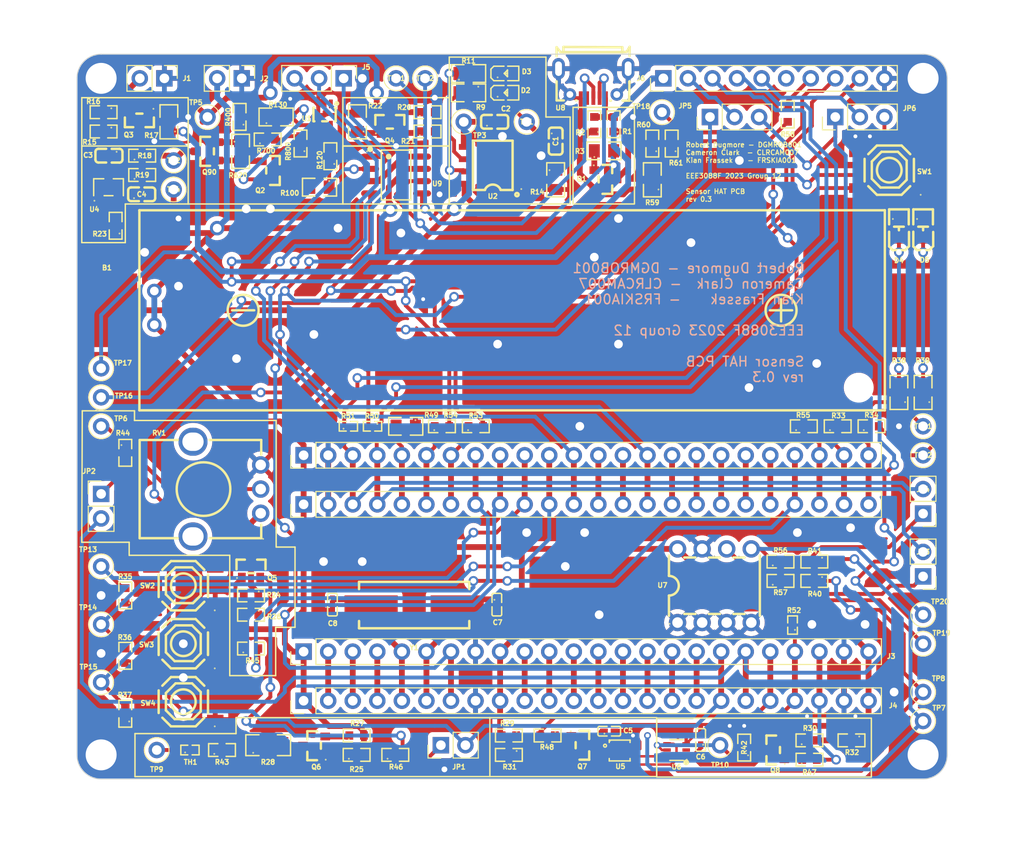
<source format=kicad_pcb>
(kicad_pcb (version 20221018) (generator pcbnew)
  (title_block (title "Sensor HAT PCB") (date "2023-04-02") (rev "0.2"))
  (layers (0 "F.Cu" signal) (31 "B.Cu" signal) (34 "B.Paste" user) (35 "F.Paste" user) (36 "B.SilkS" user "B.Silkscreen") (37 "F.SilkS" user "F.Silkscreen") (38 "B.Mask" user) (39 "F.Mask" user) (44 "Edge.Cuts" user))
  (net 0 "")
  (net 1 "GND")
  (net 2 "/Power/Plug_Detect_5V")
  (net 3 "Net-(U4-VO)")
  (net 4 "Net-(D2-K)")
  (net 5 "Net-(D3-K)")
  (net 6 "Net-(D4-A)")
  (net 7 "Net-(D5-A)")
  (net 8 "+3V3")
  (net 9 "/Microcontroller/uc2")
  (net 10 "/Microcontroller/uc3")
  (net 11 "/Microcontroller/uc4")
  (net 12 "/Microcontroller/OSC_OUT")
  (net 13 "/Microcontroller/OSC_IN")
  (net 14 "/Microcontroller/NSRT")
  (net 15 "/Microcontroller/uc10")
  (net 16 "/Microcontroller/uc11")
  (net 17 "/Microcontroller/uc12")
  (net 18 "/Microcontroller/uc13")
  (net 19 "/Microcontroller/uc14")
  (net 20 "/Microcontroller/LED1")
  (net 21 "/Microcontroller/LED2")
  (net 22 "/Microcontroller/uc17")
  (net 23 "/Microcontroller/THM_uc")
  (net 24 "/Microcontroller/POT_uc")
  (net 25 "/Microcontroller/POT_P")
  (net 26 "/Microcontroller/Plg_Dtct")
  (net 27 "/Microcontroller/uc15")
  (net 28 "/Microcontroller/INT")
  (net 29 "/Microcontroller/SW1")
  (net 30 "/Microcontroller/SW2")
  (net 31 "/Microcontroller/SW3")
  (net 32 "/Microcontroller/uc16")
  (net 33 "/Microcontroller/uc31")
  (net 34 "/Microcontroller/uc32")
  (net 35 "/Microcontroller/uc33")
  (net 36 "/Microcontroller/SWDIO")
  (net 37 "/Microcontroller/uc35")
  (net 38 "/Microcontroller/uc36")
  (net 39 "/Microcontroller/SWCLK")
  (net 40 "/Microcontroller/THM_P")
  (net 41 "/Microcontroller/Lght_P")
  (net 42 "/Microcontroller/TeHu_P")
  (net 43 "/Microcontroller/Tx")
  (net 44 "/Microcontroller/Rx")
  (net 45 "/Microcontroller/BOOT0")
  (net 46 "/Microcontroller/SCL_uc")
  (net 47 "/Microcontroller/SDA_uc")
  (net 48 "+5V")
  (net 49 "/USB/Main_Analogue_Data_Read")
  (net 50 "/USB/Secondary_Analogue_Data_Read")
  (net 52 "/Microcontroller/Plug_Detect")
  (net 53 "/Microcontroller/THM")
  (net 54 "/Microcontroller/POT")
  (net 55 "/Microcontroller/SCL")
  (net 56 "/Microcontroller/SDA")
  (net 57 "Net-(Q1-D)")
  (net 58 "Net-(Q1-G)")
  (net 59 "/Power/3.3V UVLO{slash}polarity protector")
  (net 60 "Net-(Q2-G)")
  (net 61 "/Power/polarity protected battery voltage")
  (net 62 "Net-(Q3-D)")
  (net 63 "Net-(Q3-G)")
  (net 64 "Net-(Q4-D)")
  (net 65 "Net-(Q4-G)")
  (net 66 "Net-(Q5-S)")
  (net 67 "Net-(Q5-D)")
  (net 68 "/Microcontroller/Potentiometer_powerenable")
  (net 69 "Net-(Q6-S)")
  (net 70 "Net-(Q6-D)")
  (net 71 "/Microcontroller/Thermistor_powerenable")
  (net 72 "Net-(Q7-S)")
  (net 73 "/Microcontroller/TemperatureHumidity_powerenable")
  (net 74 "Net-(Q8-S)")
  (net 75 "/Microcontroller/Light_powerenable")
  (net 76 "Net-(U2-STDBY#)")
  (net 77 "Net-(U2-CHRG)")
  (net 78 "Net-(U2-PROG)")
  (net 79 "/Microcontroller/Thermistor_signal")
  (net 80 "Net-(R33-Pad2)")
  (net 81 "Net-(R34-Pad2)")
  (net 82 "Net-(R35-Pad1)")
  (net 83 "Net-(R36-Pad1)")
  (net 84 "Net-(R37-Pad1)")
  (net 85 "/Sensors/Light_SCL")
  (net 86 "/Sensors/Light_SDA")
  (net 87 "/Sensors/Light_interrupt")
  (net 88 "/Microcontroller/Potentiometer_signal")
  (net 89 "Net-(U7-SDA)")
  (net 90 "Net-(U7-SCL)")
  (net 91 "Net-(J6-Pin_7)")
  (net 92 "Net-(U8-D-)")
  (net 93 "Net-(U8-D+)")
  (net 98 "Net-(R59-Pad2)")
  (net 99 "/Microcontroller/Tx_uc")
  (net 100 "/Microcontroller/Rx_uc")
  (net 101 "Net-(#FLG03-pwr)")
  (net 102 "Net-(Q7-D)")
  (net 103 "/Microcontroller/uc29")
  (net 104 "/Microcontroller/uc30")
  (net 105 "Net-(#FLG06-pwr)")
  (net 106 "Net-(B1-+)")
  (net 107 "Net-(Q2-D)")
  (net 108 "Net-(Q90-S)")
  (net 109 "Net-(U1-VIN)")
  (net 110 "Net-(R100-Pad1)")
  (net 111 "Net-(R700-Pad2)")
  (footprint "CustomFootprints:STM32F051C6_female_header" (layer "F.Cu") (at 130.98 79.2 90)
    (fp_text reference "J3")
    (fp_text value "STM32F051C6_female_header")
  )
  (footprint "JLCPartFootprints:R0402" (layer "F.Cu") (at 179 84.067183 90)
    (fp_text reference "R52")
    (fp_text value "8.2k")
  )
  (footprint "JLCPartFootprints:R0603" (layer "F.Cu") (at 149.666634 97.5 180)
    (fp_text reference "R31")
    (fp_text value "0")
  )
  (footprint "JLCPartFootprints:R0603" (layer "F.Cu") (at 123 86.5)
    (fp_text reference "R45")
    (fp_text value "0")
  )
  (footprint "CustomFootprints:Testpoint" (layer "F.Cu") (at 118.5 31.5)
    (fp_text reference "TP5")
    (fp_text value "reverse polarity ")
  )
  (footprint "JLCPartFootprints:R0805" (layer "F.Cu") (at 192.5 60 90)
    (fp_text reference "R39")
    (fp_text value "1.2k")
  )
  (footprint "JLCPartFootprints:SOT-23_L2.9-W1.3-P1.90-LS2.4-BR" (layer "F.Cu") (at 125.2728 37.0332 180)
    (fp_text reference "Q2")
    (fp_text value "AO3400A")
  )
  (footprint "JLCPartFootprints:R0805" (layer "F.Cu") (at 125.5936 31.496)
    (fp_text reference "R130")
    (fp_text value "470k")
  )
  (footprint "CustomFootprints:Testpoint" (layer "F.Cu") (at 107.5 84)
    (fp_text reference "TP14")
    (fp_text value "Switch 2")
  )
  (footprint "JLCPartFootprints:R0603" (layer "F.Cu") (at 124.722634 33.824166)
    (fp_text reference "R700")
    (fp_text value "0")
  )
  (footprint "JLCPartFootprints:R0603" (layer "F.Cu") (at 181.253366 79.5 180)
    (fp_text reference "R40")
    (fp_text value "0")
  )
  (footprint "JLCPartFootprints:SC-70-5_L2.1-W1.3-P0.65-LS2.1-BR" (layer "F.Cu") (at 130.6068 31.242 90)
    (fp_text reference "U1")
    (fp_text value "LMS33460MG_NOPB")
  )
  (footprint "JLCPartFootprints:R0603" (layer "F.Cu") (at 131.208268 35.56 90)
    (fp_text reference "R120")
    (fp_text value "0")
  )
  (footprint "CustomFootprints:Testpoint" (layer "F.Cu") (at 107.5 78)
    (fp_text reference "TP13")
    (fp_text value "Switch 1")
  )
  (footprint "JLCPartFootprints:R0805" (layer "F.Cu") (at 145.5 27)
    (fp_text reference "R11")
    (fp_text value "1.2k")
  )
  (footprint "JLCPartFootprints:LED0805-R-RD" (layer "F.Cu") (at 192.5 43.050292 90)
    (fp_text reference "D5")
    (fp_text value "LED_white")
  )
  (footprint "CustomFootprints:Testpoint" (layer "F.Cu") (at 107.5 90)
    (fp_text reference "TP15")
    (fp_text value "Switch 3")
  )
  (footprint "JLCPartFootprints:R0402" (layer "F.Cu") (at 135.567183 63.5 180)
    (fp_text reference "R50")
    (fp_text value "3.9k")
  )
  (footprint "JLCPartFootprints:R0805" (layer "F.Cu") (at 164.5 38 90)
    (fp_text reference "R59")
    (fp_text value "10k")
  )
  (footprint "JLCPartFootprints:R0603" (layer "F.Cu") (at 111.746634 35.5)
    (fp_text reference "R18")
    (fp_text value "0")
  )
  (footprint "CustomFootprints:Testpoint" (layer "F.Cu") (at 138 27.5)
    (fp_text reference "TP21")
    (fp_text value "USB D-")
  )
  (footprint "JLCPartFootprints:R0603" (layer "F.Cu") (at 153.666634 95.5 180)
    (fp_text reference "R48")
    (fp_text value "0")
  )
  (footprint "CustomFootprints:Testpoint" (layer "F.Cu") (at 192.5 94)
    (fp_text reference "TP7")
    (fp_text value "Sensors SDA")
  )
  (footprint "Connector_PinHeader_2.54mm:PinHeader_1x02_P2.54mm_Vertical" (layer "F.Cu") (at 114.04 27.5 -90)
    (fp_text reference "J1")
    (fp_text value "01x02_male_header")
  )
  (footprint "JLCPartFootprints:RES-ADJ-TH_RK09K1130AJ3" (layer "F.Cu") (at 120.5 70 90)
    (fp_text reference "RV1")
    (fp_text value "R_Potentiometer")
  )
  (footprint "CustomFootprints:Testpoint" (layer "F.Cu") (at 151.5 32)
    (fp_text reference "TP1")
    (fp_text value "5v")
  )
  (footprint "JLCPartFootprints:R0603" (layer "F.Cu") (at 133.92 95.5)
    (fp_text reference "R27")
    (fp_text value "0")
  )
  (footprint "JLCPartFootprints:SOT-363_L2.0-W1.3-P0.65-LS2.1-BL" (layer "F.Cu") (at 167.010008 97 90)
    (fp_text reference "U6")
    (fp_text value "LTR-303ALS-01")
  )
  (footprint "JLCPartFootprints:R0603" (layer "F.Cu") (at 110 93.246634 90)
    (fp_text reference "R37")
    (fp_text value "0")
  )
  (footprint "Connector_PinHeader_2.54mm:PinHeader_1x02_P2.54mm_Vertical" (layer "F.Cu") (at 192.5 72.54 180)
    (fp_text reference "JP4")
    (fp_text value "01x02_male_header_jumper")
  )
  (footprint "JLCPartFootprints:R0603" (layer "F.Cu") (at 137.92 97.5)
    (fp_text reference "R46")
    (fp_text value "0")
  )
  (footprint "JLCPartFootprints:R0603" (layer "F.Cu") (at 185.096621 96 180)
    (fp_text reference "R32")
    (fp_text value "0")
  )
  (footprint "JLCPartFootprints:LED0603-RD" (layer "F.Cu") (at 149.299467 28.996571)
    (fp_text reference "D2")
    (fp_text value "LED_green")
  )
  (footprint "JLCPartFootprints:R0603" (layer "F.Cu") (at 158.5 32.246634 90)
    (fp_text reference "R2")
    (fp_text value "0")
  )
  (footprint "JLCPartFootprints:SW-SMD_4P-L5.1-W5.1-P3.70-LS6.5-TL-2" (layer "F.Cu") (at 189 37 180)
    (fp_text reference "SW1")
    (fp_text value "Reset switch")
  )
  (footprint "JLCPartFootprints:ESOP-8_L4.9-W3.9-P1.27-LS6.0-BL-EP" (layer "F.Cu") (at 148 36.5 90)
    (fp_text reference "U2")
    (fp_text value "Battery Charger")
  )
  (footprint "JLCPartFootprints:R0603" (layer "F.Cu") (at 107.753366 31 180)
    (fp_text reference "R16")
    (fp_text value "0")
  )
  (footprint "CustomFootprints:Testpoint" (layer "F.Cu") (at 192.5 83)
    (fp_text reference "TP20")
    (fp_text value "EEPROM SCL")
  )
  (footprint "JLCPartFootprints:R0603" (layer "F.Cu") (at 177.753366 77.5)
    (fp_text reference "R56")
    (fp_text value "0")
  )
  (footprint "Connector_PinHeader_2.54mm:PinHeader_1x02_P2.54mm_Vertical" (layer "F.Cu") (at 192.5 79.04 180)
    (fp_text reference "JP3")
    (fp_text value "01x02_male_header_jumper")
  )
  (footprint "JLCPartFootprints:R0603" (layer "F.Cu") (at 180.746634 96)
    (fp_text reference "R30")
    (fp_text value "0")
  )
  (footprint "JLCPartFootprints:R0603" (layer "F.Cu") (at 180.166634 63.5)
    (fp_text reference "R55")
    (fp_text value "0")
  )
  (footprint "JLCPartFootprints:R0603" (layer "F.Cu") (at 146.246634 63.5)
    (fp_text reference "R53")
    (fp_text value "0")
  )
  (footprint "JLCPartFootprints:R0603" (layer "F.Cu") (at 120 97)
    (fp_text reference "R43")
    (fp_text value "0")
  )
  (footprint "JLCPartFootprints:SOT-23_L2.9-W1.3-P1.90-LS2.4-BR" (layer "F.Cu") (at 137.356719 31.999949 -90)
    (fp_text reference "Q4")
    (fp_text value "AO3401A")
  )
  (footprint "JLCPartFootprints:R0603" (layer "F.Cu") (at 181.253366 77.5 180)
    (fp_text reference "R41")
    (fp_text value "0")
  )
  (footprint "JLCPartFootprints:R0603" (layer "F.Cu") (at 160.5 32.253366 90)
    (fp_text reference "R1")
    (fp_text value "0")
  )
  (footprint "JLCPartFootprints:R0805" (layer "F.Cu") (at 145.5 29 180)
    (fp_text reference "R9")
    (fp_text value "1.2k")
  )
  (footprint "JLCPartFootprints:R0603" (layer "F.Cu") (at 187.166634 63.5)
    (fp_text reference "R34")
    (fp_text value "0")
  )
  (footprint "CustomFootprints:Testpoint" (layer "F.Cu") (at 192.5 91)
    (fp_text reference "TP8")
    (fp_text value "Sensors SCL")
  )
  (footprint "CustomFootprints:Testpoint" (layer "F.Cu") (at 107.5 63.5)
    (fp_text reference "TP6")
    (fp_text value "Pot ADC")
  )
  (footprint "JLCPartFootprints:R0603" (layer "F.Cu") (at 123 81 180)
    (fp_text reference "R24")
    (fp_text value "0")
  )
  (footprint "JLCPartFootprints:R0603" (layer "F.Cu") (at 111.746634 37.5)
    (fp_text reference "R19")
    (fp_text value "0")
  )
  (footprint "JLCPartFootprints:SOT-23_L2.9-W1.3-P1.90-LS2.4-BR" (layer "F.Cu") (at 123 78 -90)
    (fp_text reference "Q5")
    (fp_text value "AO3401A")
  )
  (footprint "JLCPartFootprints:DFN-6_L2.0-W2.0-P0.50-BL-EP" (layer "F.Cu") (at 161.119974 97.049936 -90)
    (fp_text reference "U5")
    (fp_text value "GXHTC3")
  )
  (footprint "JLCPartFootprints:SW-SMD_4P-L5.1-W5.1-P3.70-LS6.5-TL-2" (layer "F.Cu") (at 116 92 180)
    (fp_text reference "SW4")
    (fp_text value "Switch")
  )
  (footprint "JLCPartFootprints:R0603" (layer "F.Cu") (at 142.746634 63.5)
    (fp_text reference "R54")
    (fp_text value "0")
  )
  (footprint "JLCPartFootprints:R0402" (layer "F.Cu") (at 116.686183 97)
    (fp_text reference "TH1")
    (fp_text value "Thermistor")
  )
  (footprint "JLCPartFootprints:C0603" (layer "F.Cu") (at 148.200025 32)
    (fp_text reference "C2")
    (fp_text value "10u")
  )
  (footprint "CustomFootprints:Testpoint" (layer "F.Cu") (at 171.5 96.5)
    (fp_text reference "TP10")
    (fp_text value "Light Interrupt")
  )
  (footprint "JLCPartFootprints:R0603" (layer "F.Cu") (at 178.5 31.246634 -90)
    (fp_text reference "R58")
    (fp_text value "0")
  )
  (footprint "JLCPartFootprints:R0402" (layer "F.Cu") (at 133.067183 63.5)
    (fp_text reference "R51")
    (fp_text value "3.9k")
  )
  (footprint "JLCPartFootprints:C0402" (layer "F.Cu") (at 131.42 81.954915 -90)
    (fp_text reference "C8")
    (fp_text value "33pF")
  )
  (footprint "CustomFootprints:Testpoint" (layer "F.Cu") (at 115 39)
    (fp_text reference "TP4")
    (fp_text value "3.3v out")
  )
  (footprint "JLCPartFootprints:R0603" (layer "F.Cu") (at 164.5 34.246634 90)
    (fp_text reference "R60")
    (fp_text value "20k")
  )
  (footprint "JLCPartFootprints:SOT-23_L2.9-W1.3-P1.90-LS2.4-BR" (layer "F.Cu") (at 159.650013 37.950013 180)
    (fp_text reference "Q1")
    (fp_text value "AO3401A")
  )
  (footprint "JLCPartFootprints:R1206" (layer "F.Cu") (at 124.774575 96.5)
    (fp_text reference "R28")
    (fp_text value "100k")
  )
  (footprint "Connector_PinHeader_2.54mm:PinHeader_1x02_P2.54mm_Vertical" (layer "F.Cu") (at 107.5 70.5)
    (fp_text reference "JP2")
    (fp_text value "01x02_male_header_jumper")
  )
  (footprint "JLCPartFootprints:R0603" (layer "F.Cu") (at 180.753366 98)
    (fp_text reference "R47")
    (fp_text value "0")
  )
  (footprint "JLCPartFootprints:R0603" (layer "F.Cu") (at 110 87.246634 90)
    (fp_text reference "R36")
    (fp_text value "0")
  )
  (footprint "Connector_PinHeader_2.54mm:PinHeader_1x03_P2.54mm_Vertical" (layer "F.Cu") (at 132.58 27.5 -90)
    (fp_text reference "J5")
    (fp_text value "STM-link_debugger")
  )
  (footprint "JLCPartFootprints:R0603" (layer "F.Cu") (at 133.92 97.5)
    (fp_text reference "R25")
    (fp_text value "0")
  )
  (footprint "Connector_PinHeader_2.54mm:PinHeader_1x03_P2.54mm_Vertical" (layer "F.Cu") (at 183.42 31.5 90)
    (fp_text reference "JP6")
    (fp_text value "01x03_male_header_jumper")
  )
  (footprint "CustomFootprints:STM32F051C6_testpoints" (layer "F.Cu") (at 130.98 79.2 90)
    (fp_text reference "J4")
    (fp_text value "STM32F051C6_testpoints")
  )
  (footprint "JLCPartFootprints:R0805" (layer "F.Cu") (at 121.92 35.052 -90)
    (fp_text reference "R620" hide)
    (fp_text value "100k")
  )
  (footprint "CustomFootprints:Testpoint" (layer "F.Cu") (at 192.5 63.5)
    (fp_text reference "TP11")
    (fp_text value "LED 1")
  )
  (footprint "JLCPartFootprints:SOT-23_L2.9-W1.3-P1.90-LS2.4-BR" (layer "F.Cu") (at 118.4656 35.052)
    (fp_text reference "Q90")
    (fp_text value "AO3401A")
  )
  (footprint "JLCPartFootprints:SW-SMD_4P-L5.1-W5.1-P3.70-LS6.5-TL-2" (layer "F.Cu") (at 116 80 180)
    (fp_text reference "SW2")
    (fp_text value "Switch")
  )
  (footprint "JLCPartFootprints:R0603" (layer "F.Cu") (at 177.753366 79.5)
    (fp_text reference "R57")
    (fp_text value "0")
  )
  (footprint "JLCPartFootprints:LED0603-RD" (layer "F.Cu") (at 149.299467 26.996571)
    (fp_text reference "D3")
    (fp_text value "LED_red")
  )
  (footprint "JLCPartFootprints:C0402" (layer "F.Cu") (at 148.42 81.954915 -90)
    (fp_text reference "C7")
    (fp_text value "33pF")
  )
  (footprint "JLCPartFootprints:R0603" (layer "F.Cu") (at 183.666634 63.5)
    (fp_text reference "R33")
    (fp_text value "0")
  )
  (footprint "JLCPartFootprints:R0805" (layer "F.Cu") (at 159.5 35)
    (fp_text reference "R3")
    (fp_text value "1.2k")
  )
  (footprint "JLCPartFootprints:R0603" (layer "F.Cu") (at 109 42.753366 90)
    (fp_text reference "R23")
    (fp_text value "0")
  )
  (footprint "JLCPartFootprints:R0805" (layer "F.Cu") (at 190 60 90)
    (fp_text reference "R38")
    (fp_text value "1.2k")
  )
  (footprint "JLCPartFootprints:SOT-23_L2.9-W1.3-P1.90-LS2.4-BR" (layer "F.Cu") (at 129.523353 96.549987)
    (fp_text reference "Q6")
    (fp_text value "AO3401A")
  )
  (footprint "JLCPartFootprints:C0603" (layer "F.Cu") (at 111.700025 39.5)
    (fp_text reference "C4")
    (fp_text value "10u")
  )
  (footprint "JLCPartFootprints:CRYSTAL-SMD_L11.5-W4.8-LS12.7" (layer "F.Cu") (at 139.870089 82 180)
    (fp_text reference "Y1")
    (fp_text value "Crystal")
  )
  (footprint "CustomFootprints:Testpoint" (layer "F.Cu") (at 141 27.5)
    (fp_text reference "TP22")
    (fp_text value "USB D+")
  )
  (footprint "CustomFootprints:Testpoint" (layer "F.Cu") (at 107.5 60.5)
    (fp_text reference "TP16")
    (fp_text value "uc Tx")
  )
  (footprint "JLCPartFootprints:BATTERY-SMD_18650-1S-L77.1-W20.7-1" (layer "F.Cu") (at 150 51.5 -90)
    (fp_text reference "B1")
    (fp_text value "battery holder")
  )
  (footprint "JLCPartFootprints:R0603" (layer "F.Cu") (at 141.253366 33)
    (fp_text reference "R21")
    (fp_text value "0")
  )
  (footprint "JLCPartFootprints:SOT-23_L2.9-W1.3-P1.90-LS2.4-BR" (layer "F.Cu") (at 177 97.000051)
    (fp_text reference "Q8")
    (fp_text value "AO3401A")
  )
  (footprint "JLCPartFootprints:C0402" (layer "F.Cu") (at 169.5 95.954915 90)
    (fp_text reference "C6")
    (fp_text value "1u")
  )
  (footprint "JLCPartFootprints:SOT-23_L2.9-W1.3-P1.90-LS2.4-BR" (layer "F.Cu") (at 157.269987 96.499949 180)
    (fp_text reference "Q7")
    (fp_text value "AO3401A")
  )
  (footprint "JLCPartFootprints:SW-SMD_4P-L5.1-W5.1-P3.70-LS6.5-TL-2" (layer "F.Cu") (at 116 86 180)
    (fp_text reference "SW3")
    (fp_text value "Switch")
  )
  (footprint "JLCPartFootprints:R0603" (layer "F.Cu") (at 107.753366 33 180)
    (fp_text reference "R15")
    (fp_text value "0")
  )
  (footprint "JLCPartFootprints:R0805" (layer "F.Cu") (at 139 63.5 180)
    (fp_text reference "R49")
    (fp_text value "10k")
  )
  (footprint "JLCPartFootprints:R0603" (layer "F.Cu") (at 128.1176 34.2392 90)
    (fp_text reference "R800")
    (fp_text value "20k")
  )
  (footprint "JLCPartFootprints:MICRO-USB-SMD_MICROXNJ" (layer "F.Cu") (at 158.400051 28.021336 180)
    (fp_text reference "U8")
    (fp_text value "usb")
  )
  (footprint "JLCPartFootprints:C0603" (layer "F.Cu") (at 154.5 34 -90)
    (fp_text reference "C1")
    (fp_text value "10u")
  )
  (footprint "CustomFootprints:Testpoint" (layer "F.Cu") (at 192.5 86)
    (fp_text reference "TP19")
    (fp_text value "EEPROM SDA")
  )
  (footprint "JLCPartFootprints:C0402" (layer "F.Cu") (at 160.045085 95.049936)
    (fp_text reference "C5")
    (fp_text value "100n")
  )
  (footprint "JLCPartFootprints:R0603" (layer "F.Cu") (at 123 83 180)
    (fp_text reference "R26")
    (fp_text value "0")
  )
  (footprint "CustomFootprints:Testpoint" (layer "F.Cu") (at 145 32)
    (fp_text reference "TP3")
    (fp_text value "battery charger")
  )
  (footprint "JLCPartFootprints:SOT-23_L2.9-W1.3-P1.90-LS2.4-BR" (layer "F.Cu") (at 111.456745 31.849987 90)
    (fp_text reference "Q3")
    (fp_text value "AO3401A")
  )
  (footprint "JLCPartFootprints:R0805" (layer "F.Cu") (at 154.5 38 -90)
    (fp_text reference "R14")
    (fp_text value "1.2k")
  )
  (footprint "JLCPartFootprints:SOP-8_L4.9-W3.9-P1.27-LS6.0-BL" (layer "F.Cu") (at 138 37.5 -90)
    (fp_text reference "U9")
    (fp_text value "HT42B534-2")
  )
  (footprint "Connector_PinHeader_2.54mm:PinHeader_1x02_P2.54mm_Vertical" (layer "F.Cu") (at 122.04 27.5 -90)
    (fp_text reference "J2")
    (fp_text value "01x02_male_header")
  )
  (footprint "JLCPartFootprints:R0805" (layer "F.Cu") (at 130.0828 38.7604 180)
    (fp_text reference "R100")
    (fp_text value "100k")
  )
  (footprint "JLCPartFootprints:C0603" (layer "F.Cu") (at 108.299975 35.5 180)
    (fp_text reference "C3")
    (fp_text value "10u")
  )
  (footprint "JLCPartFootprints:R0603" (layer "F.Cu") (at 110 81 90)
    (fp_text reference "R35")
    (fp_text value "0")
  )
  (footprint "Connector_PinHeader_2.54mm:PinHeader_1x10_P2.54mm_Vertical" (layer "F.Cu") (at 165.64 27.5 90)
    (fp_text reference "J6")
    (fp_text value "01x10_male_header")
  )
  (footprint "CustomFootprints:Testpoint" (layer "F.Cu") (at 165.5 31)
    (fp_text reference "TP18")
    (fp_text value "Plug Detect")
  )
  (footprint "JLCPartFootprints:R0603" (layer "F.Cu") (at 121.8184 31.487366 90)
    (fp_text reference "R400")
    (fp_text value "0")
  )
  (footprint "Connector_PinHeader_2.54mm:PinHeader_1x03_P2.54mm_Vertical" (layer "F.Cu") (at 170.46 31.5 90)
    (fp_text reference "JP5")
    (fp_text value "01x03_male_header_jumper")
  )
  (footprint "JLCPartFootprints:R0603" (layer "F.Cu") (at 149.666634 95.5 180)
    (fp_text reference "R29")
    (fp_text value "0")
  )
  (footprint "JLCPartFootprints:R0603" (layer "F.Cu") (at 141.253366 31)
    (fp_text reference "R20")
    (fp_text value "0")
  )
  (footprint "CustomFootprints:Testpoint" (layer "F.Cu") (at 107.5 57.5)
    (fp_text reference "TP17")
    (fp_text value "uc Rx")
  )
  (footprint "JLCPartFootprints:R0603" (layer "F.Cu") (at 110 66.246634 -90)
    (fp_text reference "R44")
    (fp_text value "0")
  )
  (footprint "JLCPartFootprints:LED0805-R-RD" (layer "F.Cu") (at 190 43.050292 90)
    (fp_text reference "D4")
    (fp_text value "LED_white")
  )
  (footprint "JLCPartFootprints:PDIP-8_L9.3-W6.4-P2.54-LS7.6-BL" (layer "F.Cu") (at 170.92 80)
    (fp_text reference "U7")
    (fp_text value "24LC256")
  )
  (footprint "Connector_PinHeader_2.54mm:PinHeader_1x02_P2.54mm_Vertical" (layer "F.Cu") (at 142.633366 96.5 90)
    (fp_text reference "JP1")
    (fp_text value "01x02_male_header_jumper")
  )
  (footprint "JLCPartFootprints:R0805" (layer "F.Cu") (at 114.506732 32 90)
    (fp_text reference "R17")
    (fp_text value "1.2k")
  )
  (footprint "JLCPartFootprints:R0805" (layer "F.Cu") (at 134.006732 32 90)
    (fp_text reference "R22")
    (fp_text value "1.2k")
  )
  (footprint "JLCPartFootprints:R0603" (layer "F.Cu") (at 166.5 34.246634 90)
    (fp_text reference "R61")
    (fp_text value "0")
  )
  (footprint "CustomFootprints:Testpoint" (layer "F.Cu") (at 115 36)
    (fp_text reference "TP2")
    (fp_text value "UVLO")
  )
  (footprint "JLCPartFootprints:SOT-23-3_L2.9-W1.6-P1.90-LS2.8-BR" (layer "F.Cu") (at 108.264923 38.764923 -90)
    (fp_text reference "U4")
    (fp_text value "XC6206PxxxMR")
  )
  (footprint "CustomFootprints:Testpoint" (layer "F.Cu") (at 192.5 66.5)
    (fp_text reference "TP12")
    (fp_text value "LED 2")
  )
  (footprint "CustomFootprints:Testpoint" (layer "F.Cu") (at 113.253366 97)
    (fp_text reference "TP9")
    (fp_text value "Therm ADC")
  )
  (footprint "JLCPartFootprints:R0603" (layer "F.Cu") (at 174 96.746634 90)
    (fp_text reference "R42")
    (fp_text value "0")
  )
  (gr_line (start 125.55 84.3) (end 127.55 84.3) (stroke (width 0.15)) (layer "F.SilkS"))
  (gr_line (start 105.5 34.5) (end 105.5 44.5) (stroke (width 0.15)) (layer "F.SilkS"))
  (gr_line (start 116.5 34.5) (end 116.5 40.5) (stroke (width 0.15)) (layer "F.SilkS"))
  (gr_line (start 125.55 89.3) (end 125.55 84.3) (stroke (width 0.15)) (layer "F.SilkS"))
  (gr_line (start 105.5 75.5) (end 110.4 75.5) (stroke (width 0.15)) (layer "F.SilkS"))
  (gr_line (start 153.5 31.5) (end 156 31.5) (stroke (width 0.15)) (layer "F.SilkS"))
  (gr_line (start 156 31.5) (end 156 40.5) (stroke (width 0.15)) (layer "F.SilkS"))
  (gr_line (start 110 40.5) (end 110 44.5) (stroke (width 0.15)) (layer "F.SilkS"))
  (gr_line (start 143.5 40.5) (end 143.5 25.3) (stroke (width 0.15)) (layer "F.SilkS"))
  (gr_line (start 121.45 95.3) (end 111 95.3) (stroke (width 0.15)) (layer "F.SilkS"))
  (gr_line (start 111 99.75) (end 147.7 99.75) (stroke (width 0.15)) (layer "F.SilkS"))
  (gr_line (start 127.55 76) (end 125.6 76) (stroke (width 0.15)) (layer "F.SilkS"))
  (gr_line (start 105.5 44.5) (end 106.5 44.5) (stroke (width 0.15)) (layer "F.SilkS"))
  (gr_line (start 121.45 93.65) (end 121.45 95.3) (stroke (width 0.15)) (layer "F.SilkS"))
  (gr_line (start 110.4 75.5) (end 110.4 76.85) (stroke (width 0.15)) (layer "F.SilkS"))
  (gr_line (start 110.4 76.85) (end 120.8 76.85) (stroke (width 0.15)) (layer "F.SilkS"))
  (gr_line (start 110 44.5) (end 106.5 44.5) (stroke (width 0.15)) (layer "F.SilkS"))
  (gr_line (start 125.6 62.9) (end 110.95 62.9) (stroke (width 0.15)) (layer "F.SilkS"))
  (gr_line (start 147.7 93.65) (end 121.45 93.65) (stroke (width 0.15)) (layer "F.SilkS"))
  (gr_rect (start 147.7 93.65) (end 164.95 99.75) (stroke (width 0.15)) (fill none) (layer "F.SilkS"))
  (gr_rect (start 132.5 34.5) (end 143.5 40.5) (stroke (width 0.15)) (fill none) (layer "F.SilkS"))
  (gr_line (start 111 95.3) (end 111 99.75) (stroke (width 0.15)) (layer "F.SilkS"))
  (gr_line (start 156 40.5) (end 143.5 40.5) (stroke (width 0.15)) (layer "F.SilkS"))
  (gr_line (start 120.8 76.85) (end 120.8 89.3) (stroke (width 0.15)) (layer "F.SilkS"))
  (gr_rect (start 132.5 29.5) (end 143.5 34.5) (stroke (width 0.15)) (fill none) (layer "F.SilkS"))
  (gr_line (start 125.6 76) (end 125.6 62.9) (stroke (width 0.15)) (layer "F.SilkS"))
  (gr_line (start 127.55 84.3) (end 127.55 76) (stroke (width 0.15)) (layer "F.SilkS"))
  (gr_line (start 110.95 62.9) (end 110.95 61.9) (stroke (width 0.15)) (layer "F.SilkS"))
  (gr_line (start 120.8 89.3) (end 125.55 89.3) (stroke (width 0.15)) (layer "F.SilkS"))
  (gr_line (start 132.5 40.5) (end 132.5 34.5) (stroke (width 0.15)) (layer "F.SilkS"))
  (gr_rect (start 164.95 93.7) (end 187.15 99.8) (stroke (width 0.15)) (fill none) (layer "F.SilkS"))
  (gr_line (start 110.95 61.9) (end 105.55 61.9) (stroke (width 0.15)) (layer "F.SilkS"))
  (gr_rect (start 156.3 30.5) (end 162.65 40.5) (stroke (width 0.15)) (fill none) (layer "F.SilkS"))
  (gr_line (start 116.5 40.5) (end 132.5 40.5) (stroke (width 0.15)) (layer "F.SilkS"))
  (gr_line (start 153.5 25.3) (end 153.5 31.5) (stroke (width 0.15)) (layer "F.SilkS"))
  (gr_line (start 116.5 40.5) (end 110 40.5) (stroke (width 0.15)) (layer "F.SilkS"))
  (gr_line (start 105.55 61.9) (end 105.5 75.5) (stroke (width 0.15)) (layer "F.SilkS"))
  (gr_line (start 143.5 25.3) (end 153.5 25.3) (stroke (width 0.15)) (layer "F.SilkS"))
  (gr_rect (start 105.5 29.5) (end 116.5 34.5) (stroke (width 0.15)) (fill none) (layer "F.SilkS"))
  (gr_arc (start 195 97.5) (mid 194.267767 99.267767) (end 192.5 100) (stroke (width 0.1)) (layer "Edge.Cuts"))
  (gr_arc (start 105 27.5) (mid 105.732233 25.732233) (end 107.5 25) (stroke (width 0.1)) (layer "Edge.Cuts"))
  (gr_arc (start 192.5 25) (mid 194.267767 25.732233) (end 195 27.5) (stroke (width 0.1)) (layer "Edge.Cuts"))
  (gr_line (start 105 97.5) (end 105 27.5) (stroke (width 0.1)) (layer "Edge.Cuts"))
  (gr_line (start 107.5 100) (end 192.5 100) (stroke (width 0.1)) (layer "Edge.Cuts"))
  (gr_arc (start 107.5 100) (mid 105.732233 99.267767) (end 105 97.5) (stroke (width 0.1)) (layer "Edge.Cuts"))
  (gr_line (start 195 27.5) (end 195 97.5) (stroke (width 0.1)) (layer "Edge.Cuts"))
  (gr_line (start 107.5 25) (end 192.5 25) (stroke (width 0.1)) (layer "Edge.Cuts"))
  (gr_text "Robert Dugmore - DGMROB001\nCameron Clark  - CLRCAM007\nKian Frassek    - FRSKIA001\n\nEEE3088F 2023 Group 12 \n\nSensor HAT PCB\nrev 0.3" (at 180.3 59) (layer "B.SilkS") (effects (font (size 1 1)) (justify left bottom mirror)))
  (gr_text "Robert Dugmore - DGMROB001\nCameron Clark  - CLRCAM007\nKian Frassek    - FRSKIA001\n\nEEE3088F 2023 Group 12 \n\nSensor HAT PCB\nrev 0.3" (at 167.9 40.3) (layer "F.SilkS") (effects (font (size 0.5 0.5) (thickness 0.1) bold) (justify left bottom)))
  (gr_text "R620" (at 121.65 37.55) (layer "F.SilkS") (effects (font (size 0.5 0.5) (thickness 0.125))))
  (segment (start 168 96.350013) (end 168.940183 95.40983) (width 0.25) (layer "F.Cu") (net 1))
  (segment (start 156.347727 29.542672) (end 155.975108 29.170053) (width 0.4) (layer "F.Cu") (net 1))
  (segment (start 129.956864 30.141924) (end 129.54814 29.7332) (width 0.6) (layer "F.Cu") (net 1))
  (segment (start 168.940183 95.40983) (end 169.5 95.40983) (width 0.25) (layer "F.Cu") (net 1))
  (segment (start 130.98 66.5) (end 130.98 71.58) (width 0.6) (layer "F.Cu") (net 1))
  (segment (start 129.4536 29.7332) (end 129.1844 29.464) (width 0.6) (layer "F.Cu") (net 1))
  (segment (start 162 96.512512) (end 162 96) (width 0.25) (layer "F.Cu") (net 1))
  (segment (start 162 96) (end 161.049936 95.049936) (width 0.25) (layer "F.Cu") (net 1))
  (segment (start 157.100076 29.542672) (end 156.347727 29.542672) (width 0.4) (layer "F.Cu") (net 1))
  (segment (start 155.975108 29.475108) (end 156 29.5) (width 0.4) (layer "F.Cu") (net 1))
  (segment (start 161.049936 95.049936) (end 160.59017 95.049936) (width 0.25) (layer "F.Cu") (net 1))
  (segment (start 162.022292 96.534804) (end 163 96.534804) (width 0.25) (layer "F.Cu") (net 1))
  (segment (start 129.956864 30.141924) (end 130.506838 30.141924) (width 0.6) (layer "F.Cu") (net 1))
  (segment (start 129.979676 30.141924) (end 130.2004 29.9212) (width 0.6) (layer "F.Cu") (net 1))
  (segment (start 129.54814 29.7332) (end 129.4536 29.7332) (width 0.6) (layer "F.Cu") (net 1))
  (segment (start 129.956864 30.141924) (end 129.979676 30.141924) (width 0.6) (layer "F.Cu") (net 1))
  (segment (start 155.975108 29.170053) (end 155.975108 29.475108) (width 0.4) (layer "F.Cu") (net 1))
  (segment (start 129.1844 29.464) (end 127.2032 29.464) (width 0.6) (layer "F.Cu") (net 1))
  (segment (start 127.2032 29.464) (end 127.0508 29.6164) (width 0.6) (layer "F.Cu") (net 1))
  (segment (start 157.100076 29.542672) (end 157.100076 31.399924) (width 0.4) (layer "F.Cu") (net 1))
  (segment (start 184.32 91.9) (end 184.32 86.82) (width 0.6) (layer "F.Cu") (net 1))
  (via (at 192.5 97.5) (size 3.6) (drill 3.2) (layers "F.Cu" "B.Cu") (net 1))
  (via (at 132 43) (size 1.5) (drill 0.9) (layers "F.Cu" "B.Cu") (net 1))
  (via (at 162.5 31.5) (size 1) (drill 0.6) (layers "F.Cu" "B.Cu") (net 1))
  (via (at 153 35.5) (size 1.5) (drill 0.9) (layers "F.Cu" "B.Cu") (net 1))
  (via (at 155.5 78) (size 1.5) (drill 0.9) (layers "F.Cu" "B.Cu") (net 1))
  (via (at 115.5 49) (size 1.5) (drill 0.9) (layers "F.Cu" "B.Cu") (net 1))
  (via (at 161 55) (size 1.5) (drill 0.9) (layers "F.Cu" "B.Cu") (net 1))
  (via (at 157 63.5) (size 1.5) (drill 0.9) (layers "F.Cu" "B.Cu") (net 1))
  (via (at 113 34) (size 1) (drill 0.6) (layers "F.Cu" "B.Cu") (net 1))
  (via (at 174.5 59.5) (size 1.5) (drill 0.9) (layers "F.Cu" "B.Cu") (net 1))
  (via (at 107.5 27.5) (size 3.6) (drill 3.2) (layers "F.Cu" "B.Cu") (net 1))
  (via (at 140.8 50.35) (size 0.8) (drill 0.4) (layers "F.Cu" "B.Cu") (net 1))
  (via (at 158.5 46) (size 1.5) (drill 0.9) (layers "F.Cu" "B.Cu") (net 1))
  (via (at 160.5 36.5) (size 1) (drill 0.6) (layers "F.Cu" "B.Cu") (net 1))
  (via (at 129.5 54) (size 1.5) (drill 0.9) (layers "F.Cu" "B.Cu") (net 1))
  (via (at 138.5 43.5) (size 1.5) (drill 0.9) (layers "F.Cu" "B.Cu") (net 1))
  (via (at 125 41) (size 1.5) (drill 0.9) (layers "F.Cu" "B.Cu") (net 1))
  (via (at 116 86) (size 1.5) (drill 0.9) (layers "F.Cu" "B.Cu") (net 1))
  (via (at 185.5 33.5) (size 0.7) (drill 0.4) (layers "F.Cu" "B.Cu") (net 1))
  (via (at 112 45.5) (size 1.5) (drill 0.9) (layers "F.Cu" "B.Cu") (net 1))
  (via (at 138 34.5) (size 1) (drill 0.6) (layers "F.Cu" "B.Cu") (net 1))
  (via (at 179.5 74.5) (size 1.5) (drill 0.9) (layers "F.Cu" "B.Cu") (net 1))
  (via (at 187 33.5) (size 0.7) (drill 0.4) (layers "F.Cu" "B.Cu") (net 1))
  (via (at 116.5 31.5) (size 1) (drill 0.6) (layers "F.Cu" "B.Cu") (net 1))
  (via (at 181.5 57) (size 1.5) (drill 0.9) (layers "F.Cu" "B.Cu") (net 1))
  (via (at 190 63.5) (size 1) (drill 0.6) (layers "F.Cu" "B.Cu") (net 1))
  (via (at 134.5 27.5) (size 1.5) (drill 0.9) (layers "F.Cu" "B.Cu") (net 1))
  (via (at 142.5 39.5) (size 1) (drill 0.6) (layers "F.Cu" "B.Cu") (net 1))
  (via (at 107.5 81) (size 1.5) (drill 0.9) (layers "F.Cu" "B.Cu") (net 1))
  (via (at 149 33.5) (size 1.5) (drill 0.9) (layers "F.Cu" "B.Cu") (net 1))
  (via (at 115.5 42) (size 1) (drill 0.6) (layers "F.Cu" "B.Cu") (net 1))
  (via (at 143 99) (size 1) (drill 0.6) (layers "F.Cu" "B.Cu") (net 1))
  (via (at 130.5 77.5) (size 1.5) (drill 0.9) (layers "F.Cu" "B.Cu") (net 1))
  (via (at 186.5 84) (size 1.5) (drill 0.9) (layers "F.Cu" "B.Cu") (net 1))
  (via (at 180.5 93.5) (size 0.7) (drill 0.4) (layers "F.Cu" "B.Cu") (net 1))
  (via (at 162.5 95.5) (size 0.7) (drill 0.4) (layers "F.Cu" "B.Cu") (net 1))
  (via (at 142 29.5) (size 1) (drill 0.6) (layers "F.Cu" "B.Cu") (net 1))
  (via (at 185 74) (size 1.5) (drill 0.9) (layers "F.Cu" "B.Cu") (net 1))
  (via (at 134.5 77.5) (size 1.5) (drill 0.9) (layers "F.Cu" "B.Cu") (net 1))
  (via (at 116 89.5) (size 1.5) (drill 0.9) (layers "F.Cu" "B.Cu") (net 1))
  (via (at 148.5 55) (size 1.5) (drill 0.9) (layers "F.Cu" "B.Cu") (net 1))
  (via (at 127.0508 29.6164) (size 0.8) (drill 0.4) (layers "F.Cu" "B.Cu") (net 1))
  (via (at 107.5 87) (size 1.5) (drill 0.9) (layers "F.Cu" "B.Cu") (net 1))
  (via (at 107.5 97.5) (size 3.6) (drill 3.2) (layers "F.Cu" "B.Cu") (net 1))
  (via (at 181 84) (size 1.5) (drill 0.9) (layers "F.Cu" "B.Cu") (net 1))
  (via (at 172.5 94.5) (size 0.7) (drill 0.4) (layers "F.Cu" "B.Cu") (net 1))
  (via (at 189.5 91) (size 1.5) (drill 0.9) (layers "F.Cu" "B.Cu") (net 1))
  (via (at 159 83) (size 1.5) (drill 0.9) (layers "F.Cu" "B.Cu") (net 1))
  (via (at 168.5 44.5) (size 1.5) (drill 0.9) (layers "F.Cu" "B.Cu") (net 1))
  (via (at 161 42) (size 1.5) (drill 0.9) (layers "F.Cu" "B.Cu") (net 1))
  (via (at 122.5 41) (size 1.5) (drill 0.9) (layers "F.Cu" "B.Cu") (net 1))
  (via (at 192.5 27.5) (size 3.6) (drill 3.2) (layers "F.Cu" "B.Cu") (net 1))
  (via (at 157.5 74.5) (size 1.5) (drill 0.9) (layers "F.Cu" "B.Cu") (net 1))
  (via (at 121.5 56.5) (size 1.5) (drill 0.9) (layers "F.Cu" "B.Cu") (net 1))
  (via (at 174 94.5) (size 0.7) (drill 0.4) (layers "F.Cu" "B.Cu") (net 1))
  (via (at 185.5 93.5) (size 0.7) (drill 0.4) (layers "F.Cu" "B.Cu") (net 1))
  (via (at 173.5 36) (size 1.5) (drill 0.9) (layers "F.Cu" "B.Cu") (net 1))
  (via (at 151.5 74.5) (size 1.5) (drill 0.9) (layers "F.Cu" "B.Cu") (net 1))
  (segment (start 151.5 32) (end 152.799975 33.299975) (width 0.6) (layer "F.Cu") (net 2))
  (segment (start 142.006732 33) (end 142.006732 33.006732) (width 0.6) (layer "F.Cu") (net 2))
  (segment (start 162 39) (end 164.5 39) (width 0.6) (layer "F.Cu") (net 2))
  (segment (start 146.5 41) (end 156.400026 41) (width 0.6) (layer "F.Cu") (net 2))
  (segment (start 150.098934 28.993142) (end 150.098934 30.598934) (width 0.4) (layer "F.Cu") (net 2))
  (segment (start 154.5 33.299975) (end 152.799975 33.299975) (width 0.6) (layer "F.Cu") (net 2))
  (segment (start 142.006732 33) (end 142.006732 31) (width 0.6) (layer "F.Cu") (net 2))
  (segment (start 161.5 39.5) (end 162 39) (width 0.6) (layer "F.Cu") (net 2))
  (segment (start 156.400026 41) (end 158.5 38.900026) (width 0.6) (layer "F.Cu") (net 2))
  (segment (start 158 33) (end 158.5 33) (width 0.6) (layer "F.Cu") (net 2))
  (segment (start 157 34) (end 157 37.400026) (width 0.6) (layer "F.Cu") (net 2))
  (segment (start 156.299975 33.299975) (end 157 34) (width 0.6) (layer "F.Cu") (net 2))
  (segment (start 145.091694 38.405004) (end 145.091694 39.591694) (width 0.6) (layer "F.Cu") (net 2))
  (segment (start 142.006732 33) (end 142.164999 33.158267) (width 0.6) (layer "F.Cu") (net 2))
  (segment (start 151.504954 34.594996) (end 152.799975 33.299975) (width 0.6) (layer "F.Cu") (net 2))
  (segment (start 154.5 33.299975) (end 156.299975 33.299975) (width 0.6) (layer "F.Cu") (net 2))
  (segment (start 142.905004 38.405004) (end 145.091694 38.405004) (width 0.6) (layer "F.Cu") (net 2))
  (segment (start 158.5 38.900026) (end 159.099974 39.5) (width 0.6) (layer "F.Cu") (net 2))
  (segment (start 142.164999 37.664999) (end 142.905004 38.405004) (width 0.6) (layer "F.Cu") (net 2))
  (segment (start 159.099974 39.5) (end 161.5 39.5) (width 0.6) (layer "F.Cu") (net 2))
  (segment (start 157 34) (end 158 33) (width 0.6) (layer "F.Cu") (net 2))
  (segment (start 150.908306 34.594996) (end 151.504954 34.594996) (width 0.6) (layer "F.Cu") (net 2))
  (segment (start 142.164999 33.158267) (end 142.164999 37.664999) (width 0.6) (layer "F.Cu") (net 2))
  (segment (start 150.098934 30.598934) (end 151.5 32) (width 0.4) (layer "F.Cu") (net 2))
  (segment (start 145.091694 39.591694) (end 146.5 41) (width 0.6) (layer "F.Cu") (net 2))
  (segment (start 157 37.400026) (end 158.5 38.900026) (width 0.6) (layer "F.Cu") (net 2))
  (segment (start 150.098934 28.993142) (end 150.098934 26.993142) (width 0.4) (layer "F.Cu") (net 2))
  (segment (start 109 40.214885) (end 109.214885 40) (width 0.6) (layer "F.Cu") (net 3))
  (segment (start 113.5 42) (end 115 40.5) (width 0.6) (layer "F.Cu") (net 3))
  (segment (start 115 40.5) (end 115 39) (width 0.6) (layer "F.Cu") (net 3))
  (segment (start 109 42) (end 113.5 42) (width 0.6) (layer "F.Cu") (net 3))
  (segment (start 111 39.5) (end 111 37.506732) (width 0.6) (layer "F.Cu") (net 3))
  (segment (start 109 42) (end 109 40.214885) (width 0.6) (layer "F.Cu") (net 3))
  (segment (start 110.5 40) (end 111 39.5) (width 0.6) (layer "F.Cu") (net 3))
  (segment (start 111 37.506732) (end 110.993268 37.5) (width 0.6) (layer "F.Cu") (net 3))
  (segment (start 109.214885 40) (end 110.5 40) (width 0.6) (layer "F.Cu") (net 3))
  (segment (start 148.5 29) (end 146.5 29) (width 0.4) (layer "F.Cu") (net 4))
  (segment (start 148.5 27) (end 146.5 27) (width 0.4) (layer "F.Cu") (net 5))
  (segment (start 190 57.5) (end 190 59) (width 0.4) (layer "F.Cu") (net 6))
  (segment (start 190 44.100584) (end 190 45.5) (width 0.4) (layer "F.Cu") (net 6))
  (via (at 190 57.5) (size 1) (drill 0.6) (layers "F.Cu" "B.Cu") (net 6))
  (via (at 190 45.5) (size 1) (drill 0.6) (layers "F.Cu" "B.Cu") (net 6))
  (segment (start 190 45.5) (end 190 57.5) (width 0.4) (layer "B.Cu") (net 6))
  (segment (start 192.5 44.100584) (end 192.5 45.5) (width 0.4) (layer "F.Cu") (net 7))
  (segment (start 192.5 57.5) (end 192.5 59) (width 0.4) (layer "F.Cu") (net 7))
  (via (at 192.5 57.5) (size 1) (drill 0.6) (layers "F.Cu" "B.Cu") (net 7))
  (via (at 192.5 45.5) (size 1) (drill 0.6) (layers "F.Cu" "B.Cu") (net 7))
  (segment (start 192.5 45.5) (end 192.5 57.5) (width 0.4) (layer "B.Cu") (net 7))
  (segment (start 187.5 96.5) (end 186.5 97.5) (width 0.6) (layer "F.Cu") (net 8))
  (segment (start 128.44 65.44) (end 126 63) (width 0.6) (layer "F.Cu") (net 8))
  (segment (start 187.5 94) (end 187.5 96.5) (width 0.6) (layer "F.Cu") (net 8))
  (segment (start 184.811251 97.5) (end 184.343255 97.032004) (width 0.6) (layer "F.Cu") (net 8))
  (segment (start 128.44 91.9) (end 131.057996 94.517996) (width 0.6) (layer "F.Cu") (net 8))
  (segment (start 128.44 82.56) (end 126.5 84.5) (width 0.6) (layer "F.Cu") (net 8))
  (segment (start 123 63) (end 113 53) (width 0.6) (layer "F.Cu") (net 8))
  (segment (start 134.55 57.25) (end 133.45 57.25) (width 0.4) (layer "F.Cu") (net 8))
  (segment (start 186.86 91.9) (end 186.86 93.36) (width 0.6) (layer "F.Cu") (net 8))
  (segment (start 118.993268 43.506732) (end 109 43.506732) (width 0.6) (layer "F.Cu") (net 8))
  (segment (start 136.220003 38.135001) (end 138.760008 35.594996) (width 0.6) (layer "F.Cu") (net 8))
  (segment (start 126 63) (end 123 63) (width 0.6) (layer "F.Cu") (net 8))
  (segment (start 128.44 71.58) (end 128.44 76) (width 0.6) (layer "F.Cu") (net 8))
  (segment (start 127.32 86.82) (end 128.44 86.82) (width 0.6) (layer "F.Cu") (net 8))
  (segment (start 148.76 95.346732) (end 148.913268 95.5) (width 0.6) (layer "F.Cu") (net 8))
  (segment (start 150.810008 76) (end 138 76) (width 0.6) (layer "F.Cu") (net 8))
  (segment (start 138.760008 35.594996) (end 140.682499 35.594996) (width 0.6) (layer "F.Cu") (net 8))
  (segment (start 148.76 91.9) (end 148.76 95.346732) (width 0.6) (layer "F.Cu") (net 8))
  (segment (start 119.5 43) (end 113 49.5) (width 0.6) (layer "F.Cu") (net 8))
  (segment (start 148.76 86.82) (end 148.76 91.9) (width 0.6) (layer "F.Cu") (net 8))
  (segment (start 131.057996 94.517996) (end 134.119872 94.517996) (width 0.6) (layer "F.Cu") (net 8))
  (segment (start 128.44 66.5) (end 128.44 71.58) (width 0.6) (layer "F.Cu") (net 8))
  (segment (start 186.5 97.5) (end 184.811251 97.5) (width 0.6) (layer "F.Cu") (net 8))
  (segment (start 122.246634 84.032004) (end 122.246634 83) (width 0.6) (layer "F.Cu") (net 8))
  (segment (start 135.134366 57.834366) (end 134.55 57.25) (width 0.4) (layer "F.Cu") (net 8))
  (segment (start 148.913268 95.5) (end 148.913268 97.5) (width 0.6) (layer "F.Cu") (net 8))
  (segment (start 137.5 75.5) (end 128.44 75.5) (width 0.6) (layer "F.Cu") (net 8))
  (segment (start 128.44 66.5) (end 128.44 65.44) (width 0.6) (layer "F.Cu") (net 8))
  (segment (start 128.44 76) (end 128.44 82.56) (width 0.6) (layer "F.Cu") (net 8))
  (segment (start 134.673366 95.5) (end 134.673366 97.5) (width 0.6) (layer "F.Cu") (net 8))
  (segment (start 134.119872 94.517996) (end 134.673366 95.07149) (width 0.6) (layer "F.Cu") (net 8))
  (segment (start 119.5 43) (end 129.55 43) (width 0.6) (layer "F.Cu") (net 8))
  (segment (start 125 84.5) (end 122.71463 84.5) (width 0.6) (layer "F.Cu") (net 8))
  (segment (start 122.246634 83) (end 122.246634 81) (width 0.6) (layer "F.Cu") (net 8))
  (segment (start 119.5 43) (end 118.993268 43.506732) (width 0.6) (layer "F.Cu") (net 8))
  (segment (start 135.317501 38.135001) (end 136.220003 38.135001) (width 0.6) (layer "F.Cu") (net 8))
  (segment (start 186.86 86.82) (end 186.86 91.9) (width 0.6) (layer "F.Cu") (net 8))
  (segment (start 126.5 84.5) (end 126.5 86) (width 0.6) (layer "F.Cu") (net 8))
  (segment (start 138 76) (end 137.5 75.5) (width 0.6) (layer "F.Cu") (net 8))
  (segment (start 151 84.58) (end 151 76.189992) (width 0.6) (layer "F.Cu") (net 8))
  (segment (start 128.44 86.82) (end 128.44 91.9) (width 0.6) (layer "F.Cu") (net 8))
  (segment (start 179 82.360008) (end 182.400008 82.360008) (width 0.6) (layer "F.Cu") (net 8))
  (segment (start 134.673366 95.07149) (end 134.673366 95.5) (width 0.6) (layer "F.Cu") (net 8))
  (segment (start 173.280008 82.360008) (end 179 82.360008) (width 0.6) (layer "F.Cu") (net 8))
  (segment (start 179 83.634366) (end 179 82.360008) (width 0.4) (layer "F.Cu") (net 8))
  (segment (start 126.975 63.725) (end 126.725 63.725) (width 0.4) (layer "F.Cu") (net 8))
  (segment (start 135.134366 63.5) (end 133.5 63.5) (width 0.4) (layer "F.Cu") (net 8))
  (segment (start 182.400008 82.360008) (end 186.86 86.82) (width 0.6) (layer "F.Cu") (net 8))
  (segment (start 134.414999 38.135001) (end 135.317501 38.135001) (width 0.6) (layer "F.Cu") (net 8))
  (segment (start 126.5 84.5) (end 125 84.5) (width 0.6) (layer "F.Cu") (net 8))
  (segment (start 184.343255 97.032004) (end 184.343255 96) (width 0.6) (layer "F.Cu") (net 8))
  (segment (start 122.71463 84.5) (end 122.246634 84.032004) (width 0.6) (layer "F.Cu") (net 8))
  (segment (start 126.5 86) (end 127.32 86.82) (width 0.6) (layer "F.Cu") (net 8))
  (segment (start 184.343255 96) (end 181.5 96) (width 0.6) (layer "F.Cu") (net 8))
  (segment (start 167.109992 76.189992) (end 173.280008 82.360008) (width 0.6) (layer "F.Cu") (net 8))
  (segment (start 122.246634 81) (end 122.246634 80.753366) (width 0.6) (layer "F.Cu") (net 8))
  (segment (start 135.134366 63.5) (end 135.134366 57.834366) (width 0.4) (layer "F.Cu") (net 8))
  (segment (start 148.76 86.82) (end 151 84.58) (width 0.6) (layer "F.Cu") (net 8))
  (segment (start 129.55 43) (end 134.414999 38.135001) (width 0.6) (layer "F.Cu") (net 8))
  (segment (start 151 76.189992) (end 150.810008 76) (width 0.6) (layer "F.Cu") (net 8))
  (segment (start 167.109992 76.189992) (end 151 76.189992) (width 0.6) (layer "F.Cu") (net 8))
  (segment (start 133.45 57.25) (end 126.975 63.725) (width 0.4) (layer "F.Cu") (net 8))
  (segment (start 186.86 93.36) (end 187.5 94) (width 0.6) (layer "F.Cu") (net 8))
  (via (at 119.5 43) (size 1.5) (drill 0.9) (layers "F.Cu" "B.Cu") (net 8))
  (via (at 113 53) (size 1.5) (drill 0.9) (layers "F.Cu" "B.Cu") (net 8))
  (via (at 113 49.5) (size 1.5) (drill 0.9) (layers "F.Cu" "B.Cu") (net 8))
  (segment (start 113 49.5) (end 113 53) (width 0.6) (layer "B.Cu") (net 8))
  (segment (start 120.5 42) (end 119.5 43) (width 0.6) (layer "B.Cu") (net 8))
  (segment (start 119.5 29.5) (end 120.5 30.5) (width 0.6) (layer "B.Cu") (net 8))
  (segment (start 119.5 27.5) (end 119.5 29.5) (width 0.6) (layer "B.Cu") (net 8))
  (segment (start 120.5 30.5) (end 120.5 42) (width 0.6) (layer "B.Cu") (net 8))
  (segment (start 130.98 86.82) (end 130.98 91.9) (width 0.6) (layer "F.Cu") (net 9))
  (segment (start 133.52 86.82) (end 133.52 91.9) (width 0.6) (layer "F.Cu") (net 10))
  (segment (start 136.06 86.82) (end 136.06 91.9) (width 0.6) (layer "F.Cu") (net 11))
  (segment (start 143.96 84) (end 144 84) (width 0.6) (layer "F.Cu") (net 12))
  (segment (start 144.320178 83.679822) (end 144.320178 82) (width 0.6) (layer "F.Cu") (net 12))
  (segment (start 148.42 81.40983) (end 144.910348 81.40983) (width 0.6) (layer "F.Cu") (net 12))
  (segment (start 144 84) (end 144.320178 83.679822) (width 0.6) (layer "F.Cu") (net 12))
  (segment (start 141.14 91.9) (end 141.14 86.82) (width 0.6) (layer "F.Cu") (net 12))
  (segment (start 141.14 86.82) (end 143.96 84) (width 0.6) (layer "F.Cu") (net 12))
  (segment (start 144.910348 81.40983) (end 144.320178 82) (width 0.6) (layer "F.Cu") (net 12))
  (segment (start 138.6 91.9) (end 138.6 86.82) (width 0.6) (layer "F.Cu") (net 13))
  (segment (start 135.42 83.64) (end 138.6 86.82) (width 0.6) (layer "F.Cu") (net 13))
  (segment (start 131.42 81.40983) (end 134.82983 81.40983) (width 0.6) (layer "F.Cu") (net 13))
  (segment (start 134.82983 81.40983) (end 135.42 82) (width 0.6) (layer "F.Cu") (net 13))
  (segment (start 135.42 82) (end 135.42 83.64) (width 0.6) (layer "F.Cu") (net 13))
  (segment (start 126 54) (end 126 57) (width 0.4) (layer "F.Cu") (net 14))
  (segment (start 185.700025 38.850216) (end 181.649784 38.850216) (width 0.4) (layer "F.Cu") (net 14))
  (segment (start 170.4005 50.0995) (end 144 50.0995) (width 0.4) (layer "F.Cu") (net 14))
  (segment (start 129 47) (end 129 46.4505) (width 0.4) (layer "F.Cu") (net 14))
  (segment (start 143.68 91.9) (end 143.68 86.82) (width 0.6) (layer "F.Cu") (net 14))
  (segment (start 172.5 48) (end 170.4005 50.0995) (width 0.4) (layer "F.Cu") (net 14))
  (segment (start 126.5 74) (end 127.6 75.1) (width 0.4) (layer "F.Cu") (net 14))
  (segment (start 127.6 75.1) (end 127.6 81.9) (width 0.4) (layer "F.Cu") (net 14))
  (segment (start 126.5 49.5) (end 129 47) (width 0.4) (layer "F.Cu") (net 14))
  (segment (start 127.6 81.9) (end 126.5 83) (width 0.4) (layer "F.Cu") (net 14))
  (segment (start 126 57) (end 125.5 57.5) (width 0.4) (layer "F.Cu") (net 14))
  (segment (start 181.649784 38.850216) (end 172.5 48) (width 0.4) (layer "F.Cu") (net 14))
  (via (at 126.5 49.5) (size 1) (drill 0.6) (layers "F.Cu" "B.Cu") (net 14))
  (via (at 126.5 74) (size 1) (drill 0.6) (layers "F.Cu" "B.Cu") (net 14))
  (via (at 129 46.4505) (size 1) (drill 0.6) (layers "F.Cu" "B.Cu") (net 14))
  (via (at 126 54) (size 1) (drill 0.6) (layers "F.Cu" "B.Cu") (net 14))
  (via (at 125.5 57.5) (size 1) (drill 0.6) (layers "F.Cu" "B.Cu") (net 14))
  (via (at 126.5 83) (size 1) (drill 0.6) (layers "F.Cu" "B.Cu") (net 14))
  (via (at 144 50.0995) (size 1) (drill 0.6) (layers "F.Cu" "B.Cu") (net 14))
  (segment (start 126 50) (end 126.5 49.5) (width 0.4) (layer "B.Cu") (net 14))
  (segment (start 138 52) (end 136.5 50.5) (width 0.4) (layer "B.Cu") (net 14))
  (segment (start 126.5 83) (end 126.5 88) (width 0.4) (layer "B.Cu") (net 14))
  (segment (start 137.3 39.119239) (end 137.3 35.461524) (width 0.4) (layer "B.Cu") (net 14))
  (segment (start 135.5 40.919238) (end 137.3 39.119239) (width 0.4) (layer "B.Cu") (net 14))
  (segment (start 136.5 50.5) (end 127.5 50.5) (width 0.4) (layer "B.Cu") (net 14))
  (segment (start 127 88.5) (end 142 88.5) (width 0.4) (layer "B.Cu") (net 14))
  (segment (start 125.5 57.5) (end 125.5 73) (width 0.4) (layer "B.Cu") (net 14))
  (segment (start 135.5 44.5) (end 135.5 40.919238) (width 0.4) (layer "B.Cu") (net 14))
  (segment (start 142.0995 52) (end 138 52) (width 0.4) (layer "B.Cu") (net 14))
  (segment (start 142 88.5) (end 143.68 86.82) (width 0.4) (layer "B.Cu") (net 14))
  (segment (start 144 50.0995) (end 142.0995 52) (width 0.4) (layer "B.Cu") (net 14))
  (segment (start 126.5 88) (end 127 88.5) (width 0.4) (layer "B.Cu") (net 14))
  (segment (start 126 54) (end 126 50) (width 0.4) (layer "B.Cu") (net 14))
  (segment (start 132.58 30.741524) (end 132.58 27.5) (width 0.4) (layer "B.Cu") (net 14))
  (segment (start 129 46.4505) (end 133.5495 46.4505) (width 0.4) (layer "B.Cu") (net 14))
  (segment (start 133.5495 46.4505) (end 135.5 44.5) (width 0.4) (layer "B.Cu") (net 14))
  (segment (start 125.5 73) (end 126.5 74) (width 0.4) (layer "B.Cu") (net 14))
  (segment (start 137.3 35.461524) (end 132.58 30.741524) (width 0.4) (layer "B.Cu") (net 14))
  (segment (start 127.5 50.5) (end 126.5 49.5) (width 0.4) (layer "B.Cu") (net 14))
  (segment (start 151.3 91.9) (end 151.3 86.82) (width 0.6) (layer "F.Cu") (net 15))
  (segment (start 153.84 91.9) (end 153.84 86.82) (width 0.6) (layer "F.Cu") (net 16))
  (segment (start 156.38 91.9) (end 156.38 86.82) (width 0.6) (layer "F.Cu") (net 17))
  (segment (start 158.92 91.9) (end 158.92 86.82) (width 0.6) (layer "F.Cu") (net 18))
  (segment (start 161.46 91.9) (end 161.46 86.82) (width 0.6) (layer "F.Cu") (net 19))
  (segment (start 184.32 71.58) (end 184.32 66.5) (width 0.6) (layer "F.Cu") (net 20))
  (segment (start 184.32 66.32) (end 182.913268 64.913268) (width 0.4) (layer "F.Cu") (net 20))
  (segment (start 182.913268 64.913268) (end 182.913268 63.5) (width 0.4) (layer "F.Cu") (net 20))
  (segment (start 184.32 66.5) (end 184.32 66.32) (width 0.4) (layer "F.Cu") (net 20))
  (segment (start 186.86 66.5) (end 186.86 65.36) (width 0.4) (layer "F.Cu") (net 21))
  (segment (start 186.86 71.58) (end 186.86 66.5) (width 0.6) (layer "F.Cu") (net 21))
  (segment (start 186.86 65.36) (end 186.413268 64.913268) (width 0.4) (layer "F.Cu") (net 21))
  (segment (start 186.413268 64.913268) (end 186.413268 63.5) (width 0.4) (layer "F.Cu") (net 21))
  (segment (start 169.08 91.9) (end 169.08 86.82) (width 0.6) (layer "F.Cu") (net 22))
  (segment (start 186.5 37.5) (end 188.5 35.5) (width 0.4) (layer "F.Cu") (net 23))
  (segment (start 139 53.5) (end 133 53.5) (width 0.4) (layer "F.Cu") (net 23))
  (segment (start 171.62 86.82) (end 171.62 91.9) (width 0.6) (layer "F.Cu") (net 23))
  (segment (start 114.5 91.5) (end 114.5 85.5) (width 0.4) (layer "F.Cu") (net 23))
  (segment (start 180.5 38.5) (end 181.5 37.5) (width 0.4) (layer "F.Cu") (net 23))
  (segment (start 181.5 37.5) (end 186.5 37.5) (width 0.4) (layer "F.Cu") (net 23))
  (segment (start 126.5 60) (end 124 60) (width 0.4) (layer "F.Cu") (net 23))
  (segment (start 133 53.5) (end 126.5 60) (width 0.4) (layer "F.Cu") (net 23))
  (segment (start 114.5 72) (end 113 70.5) (width 0.4) (layer "F.Cu") (net 23))
  (segment (start 188.5 35.5) (end 188.5 31.5) (width 0.4) (layer "F.Cu") (net 23))
  (segment (start 116 93) (end 114.5 91.5) (width 0.4) (layer "F.Cu") (net 23))
  (segment (start 114.5 85.5) (end 114.5 72) (width 0.4) (layer "F.Cu") (net 23))
  (via (at 139 53.5) (size 1) (drill 0.6) (layers "F.Cu" "B.Cu") (net 23))
  (via (at 116 93) (size 1) (drill 0.6) (layers "F.Cu" "B.Cu") (net 23))
  (via (at 124 60) (size 1) (drill 0.6) (layers "F.Cu" "B.Cu") (net 23))
  (via (at 180.5 38.5) (size 1) (drill 0.6) (layers "F.Cu" "B.Cu") (net 23))
  (via (at 113 70.5) (size 1) (drill 0.6) (layers "F.Cu" "B.Cu") (net 23))
  (segment (start 139 94.5) (end 127.5 94.5) (width 0.4) (layer "B.Cu") (net 23))
  (segment (start 113 70.5) (end 113 65) (width 0.4) (layer "B.Cu") (net 23))
  (segment (start 139 53.5) (end 154.5 53.5) (width 0.4) (layer "B.Cu") (net 23))
  (segment (start 126.85 93.85) (end 124 93.85) (width 0.4) (layer "B.Cu") (net 23))
  (segment (start 147.173366 94.5) (end 169.02 94.5) (width 0.4) (layer "B.Cu") (net 23))
  (segment (start 143.173366 94.5) (end 142 94.5) (width 0.4) (layer "B.Cu") (net 23))
  (segment (start 145.173366 96.5) (end 143.173366 94.5) (width 0.4) (layer "B.Cu") (net 23))
  (segment (start 127.5 94.5) (end 127 94) (width 0.4) (layer "B.Cu") (net 23))
  (segment (start 170.46 37.46) (end 170.46 31.5) (width 0.4) (layer "B.Cu") (net 23))
  (segment (start 169.02 94.5) (end 171.62 91.9) (width 0.4) (layer "B.Cu") (net 23))
  (segment (start 142 94.5) (end 139 94.5) (width 0.4) (layer "B.Cu") (net 23))
  (segment (start 127 94) (end 126.85 93.85) (width 0.4) (layer "B.Cu") (net 23))
  (segment (start 124 93.85) (end 123.15 93) (width 0.4) (layer "B.Cu") (net 23))
  (segment (start 170.5 37.5) (end 179.5 37.5) (width 0.4) (layer "B.Cu") (net 23))
  (segment (start 113 65) (end 118 60) (width 0.4) (layer "B.Cu") (net 23))
  (segment (start 145.173366 96.5) (end 147.173366 94.5) (width 0.4) (layer "B.Cu") (net 23))
  (segment (start 118 60) (end 124 60) (width 0.4) (layer "B.Cu") (net 23))
  (segment (start 179.5 37.5) (end 180.5 38.5) (width 0.4) (layer "B.Cu") (net 23))
  (segment (start 123.15 93) (end 116 93) (width 0.4) (layer "B.Cu") (net 23))
  (segment (start 154.5 53.5) (end 170.5 37.5) (width 0.4) (layer "B.Cu") (net 23))
  (segment (start 170.5 37.5) (end 170.46 37.46) (width 0.4) (layer "B.Cu") (net 23))
  (segment (start 188.5 68.5) (end 189.5 67.5) (width 0.4) (layer "F.Cu") (net 24))
  (segment (start 185.5 79.5) (end 187.5 77.5) (width 0.4) (layer "F.Cu") (net 24))
  (segment (start 174.16 91.9) (end 174.16 86.82) (width 0.6) (layer "F.Cu") (net 24))
  (segment (start 188.5 74) (end 188.5 68.5) (width 0.4) (layer "F.Cu") (net 24))
  (segment (start 183.42 33.58) (end 180.5 36.5) (width 0.4) (layer "F.Cu") (net 24))
  (segment (start 183.42 31.5) (end 183.42 33.58) (width 0.4) (layer "F.Cu") (net 24))
  (segment (start 187.5 77.5) (end 189.5 77.5) (width 0.4) (layer "F.Cu") (net 24))
  (via (at 185.5 79.5) (size 1) (drill 0.6) (layers "F.Cu" "B.Cu") (net 24))
  (via (at 189.5 77.5) (size 1) (drill 0.6) (layers "F.Cu" "B.Cu") (net 24))
  (via (at 189.5 67.5) (size 1) (drill 0.6) (layers "F.Cu" "B.Cu") (net 24))
  (via (at 188.5 74) (size 1) (drill 0.6) (layers "F.Cu" "B.Cu") (net 24))
  (via (at 180.5 36.5) (size 1) (drill 0.6) (layers "F.Cu" "B.Cu") (net 24))
  (segment (start 188 65) (end 188 57) (width 0.4) (layer "B.Cu") (net 24))
  (segment (start 174.16 88.66) (end 174.5 89) (width 0.4) (layer "B.Cu") (net 24))
  (segment (start 107.5 92) (end 125.5 92) (width 0.4) (layer "B.Cu") (net 24))
  (segment (start 183.42 34.42) (end 183.42 31.5) (width 0.4) (layer "B.Cu") (net 24))
  (segment (start 126.5 90.5) (end 127.5 89.5) (width 0.4) (layer "B.Cu") (net 24))
  (segment (start 189.5 77.5) (end 189.5 75) (width 0.4) (layer "B.Cu") (net 24))
  (segment (start 105.5 75.04) (end 105.5 90) (width 0.4) (layer "B.Cu") (net 24))
  (segment (start 184.5 53.5) (end 184.5 35.5) (width 0.4) (layer "B.Cu") (net 24))
  (segment (start 180.5 36.46) (end 175.54 31.5) (width 0.4) (layer "B.Cu") (net 24))
  (segment (start 180.5 36.5) (end 180.5 36.46) (width 0.4) (layer "B.Cu") (net 24))
  (segment (start 184.5 35.5) (end 183.42 34.42) (width 0.4) (layer "B.Cu") (net 24))
  (segment (start 189.5 67.5) (end 189.5 66.5) (width 0.4) (layer "B.Cu") (net 24))
  (segment (start 189.5 75) (end 188.5 74) (width 0.4) (layer "B.Cu") (net 24))
  (segment (start 105.5 90) (end 107.5 92) (width 0.4) (layer "B.Cu") (net 24))
  (segment (start 188.5 87.018478) (end 188.5 82.5) (width 0.4) (layer "B.Cu") (net 24))
  (segment (start 127.5 89.5) (end 171.48 89.5) (width 0.4) (layer "B.Cu") (net 24))
  (segment (start 126.5 91) (end 126.5 90.5) (width 0.4) (layer "B.Cu") (net 24))
  (segment (start 107.5 73.04) (end 105.5 75.04) (width 0.4) (layer "B.Cu") (net 24))
  (segment (start 174.16 86.82) (end 174.16 88.66) (width 0.4) (layer "B.Cu") (net 24))
  (segment (start 174.5 89) (end 186.518478 89) (width 0.4) (layer "B.Cu") (net 24))
  (segment (start 188.5 82.5) (end 185.5 79.5) (width 0.4) (layer "B.Cu") (net 24))
  (segment (start 125.5 92) (end 126.5 91) (width 0.4) (layer "B.Cu") (net 24))
  (segment (start 171.48 89.5) (end 174.16 86.82) (width 0.4) (layer "B.Cu") (net 24))
  (segment (start 186.518478 89) (end 188.5 87.018478) (width 0.4) (layer "B.Cu") (net 24))
  (segment (start 189.5 66.5) (end 188 65) (width 0.4) (layer "B.Cu") (net 24))
  (segment (start 188 57) (end 184.5 53.5) (width 0.4) (layer "B.Cu") (net 24))
  (segment (start 123.753366 86.5) (end 123.753366 88.246634) (width 0.4) (layer "F.Cu") (net 25))
  (segment (start 123.753366 88.246634) (end 123.5 88.5) (width 0.4) (layer "F.Cu") (net 25))
  (segment (start 146.22 66.5) (end 146.22 71.58) (width 0.6) (layer "F.Cu") (net 25))
  (via (at 123.5 88.5) (size 1) (drill 0.6) (layers "F.Cu" "B.Cu") (net 25))
  (segment (start 145.790381 81.290381) (end 125.946878 81.290381) (width 0.4) (layer "B.Cu") (net 25))
  (segment (start 125.946878 81.290381) (end 123.5 83.737259) (width 0.4) (layer "B.Cu") (net 25))
  (segment (start 147.5 72.86) (end 147.5 79.580762) (width 0.4) (layer "B.Cu") (net 25))
  (segment (start 123.5 83.737259) (end 123.5 88.5) (width 0.4) (layer "B.Cu") (net 25))
  (segment (start 146.22 71.58) (end 147.5 72.86) (width 0.4) (layer "B.Cu") (net 25))
  (segment (start 147.5 79.580762) (end 145.790381 81.290381) (width 0.4) (layer "B.Cu") (net 25))
  (segment (start 181.78 71.58) (end 181.78 66.5) (width 0.6) (layer "F.Cu") (net 26))
  (segment (start 180.92 64.42) (end 180.92 63.5) (width 0.4) (layer "F.Cu") (net 26))
  (segment (start 181.78 65.28) (end 180.92 64.42) (width 0.4) (layer "F.Cu") (net 26))
  (segment (start 181.78 66.5) (end 181.78 65.28) (width 0.4) (layer "F.Cu") (net 26))
  (segment (start 164 91.9) (end 164 86.82) (width 0.6) (layer "F.Cu") (net 27))
  (segment (start 175.146732 95.993268) (end 179.24 91.9) (width 0.4) (layer "F.Cu") (net 28))
  (segment (start 179.24 84.74) (end 179 84.5) (width 0.4) (layer "F.Cu") (net 28))
  (segment (start 174 95.993268) (end 175.146732 95.993268) (width 0.4) (layer "F.Cu") (net 28))
  (segment (start 179.24 86.82) (end 179.24 91.9) (width 0.6) (layer "F.Cu") (net 28))
  (segment (start 179.24 86.82) (end 179.24 84.74) (width 0.4) (layer "F.Cu") (net 28))
  (segment (start 151.3 66.5) (end 151.3 71.58) (width 0.6) (layer "F.Cu") (net 29))
  (segment (start 109.746634 80.246634) (end 107.5 78) (width 0.4) (layer "F.Cu") (net 29))
  (segment (start 146 74.5) (end 148.38 74.5) (width 0.4) (layer "F.Cu") (net 29))
  (segment (start 110 80.246634) (end 109.746634 80.246634) (width 0.4) (layer "F.Cu") (net 29))
  (segment (start 148.38 74.5) (end 151.3 71.58) (width 0.4) (layer "F.Cu") (net 29))
  (via (at 146 74.5) (size 1) (drill 0.6) (layers "F.Cu" "B.Cu") (net 29))
  (segment (start 145 75.5) (end 146 74.5) (width 0.4) (layer "B.Cu") (net 29))
  (segment (start 108.7 79.2) (end 143.3 79.2) (width 0.4) (layer "B.Cu") (net 29))
  (segment (start 145 77.5) (end 145 75.5) (width 0.4) (layer "B.Cu") (net 29))
  (segment (start 107.5 78) (end 108.7 79.2) (width 0.4) (layer "B.Cu") (net 29))
  (segment (start 143.3 79.2) (end 145 77.5) (width 0.4) (layer "B.Cu") (net 29))
  (segment (start 146 78) (end 149.5 78) (width 0.4) (layer "F.Cu") (net 30))
  (segment (start 110 86.493268) (end 109.993268 86.493268) (width 0.4) (layer "F.Cu") (net 30))
  (segment (start 109.993268 86.493268) (end 107.5 84) (width 0.4) (layer "F.Cu") (net 30))
  (segment (start 153.84 66.5) (end 153.84 71.58) (width 0.6) (layer "F.Cu") (net 30))
  (via (at 149.5 78) (size 1) (drill 0.6) (layers "F.Cu" "B.Cu") (net 30))
  (via (at 146 78) (size 1) (drill 0.6) (layers "F.Cu" "B.Cu") (net 30))
  (segment (start 151 78) (end 153.84 75.16) (width 0.4) (layer "B.Cu") (net 30))
  (segment (start 153.84 75.16) (end 153.84 71.58) (width 0.4) (layer "B.Cu") (net 30))
  (segment (start 149.5 78) (end 151 78) (width 0.4) (layer "B.Cu") (net 30))
  (segment (start 111.65 79.85) (end 139 79.85) (width 0.4) (layer "B.Cu") (net 30))
  (segment (start 107.5 84) (end 111.65 79.85) (width 0.4) (layer "B.Cu") (net 30))
  (segment (start 139 79.85) (end 144.15 79.85) (width 0.4) (layer "B.Cu") (net 30))
  (segment (start 144.15 79.85) (end 146 78) (width 0.4) (layer "B.Cu") (net 30))
  (segment (start 149.5 79.5) (end 146 79.5) (width 0.4) (layer "F.Cu") (net 31))
  (segment (start 107.5 90) (end 107.506732 90) (width 0.4) (layer "F.Cu") (net 31))
  (segment (start 179.24 66.5) (end 179.24 71.58) (width 0.6) (layer "F.Cu") (net 31))
  (segment (start 107.506732 90) (end 110 92.493268) (width 0.4) (layer "F.Cu") (net 31))
  (via (at 146 79.5) (size 1) (drill 0.6) (layers "F.Cu" "B.Cu") (net 31))
  (via (at 149.5 79.5) (size 1) (drill 0.6) (layers "F.Cu" "B.Cu") (net 31))
  (segment (start 166 74) (end 176.82 74) (width 0.4) (layer "B.Cu") (net 31))
  (segment (start 149.5 79.5) (end 160.5 79.5) (width 0.4) (layer "B.Cu") (net 31))
  (segment (start 145.661524 80.5) (end 117 80.5) (width 0.4) (layer "B.Cu") (net 31))
  (segment (start 146 79.5) (end 146 80.161524) (width 0.4) (layer "B.Cu") (net 31))
  (segment (start 146 80.161524) (end 145.661524 80.5) (width 0.4) (layer "B.Cu") (net 31))
  (segment (start 117 80.5) (end 107.5 90) (width 0.4) (layer "B.Cu") (net 31))
  (segment (start 176.82 74) (end 179.24 71.58) (width 0.4) (layer "B.Cu") (net 31))
  (segment (start 160.5 79.5) (end 166 74) (width 0.4) (layer "B.Cu") (net 31))
  (segment (start 166.54 91.9) (end 166.54 86.82) (width 0.6) (layer "F.Cu") (net 32))
  (segment (start 171.62 71.58) (end 171.62 66.5) (width 0.6) (layer "F.Cu") (net 33))
  (segment (start 169.08 71.58) (end 169.08 66.5) (width 0.6) (layer "F.Cu") (net 34))
  (segment (start 166.54 71.58) (end 166.54 66.5) (width 0.6) (layer "F.Cu") (net 35))
  (segment (start 164 71.58) (end 164 66.5) (width 0.6) (layer "F.Cu") (net 36))
  (segment (start 127.5 46.4505) (end 127.5 47) (width 0.4) (layer "F.Cu") (net 36))
  (segment (start 127.5 47) (end 125 49.5) (width 0.4) (layer "F.Cu") (net 36))
  (via (at 125 49.5) (size 1) (drill 0.6) (layers "F.Cu" "B.Cu") (net 36))
  (via (at 127.5 46.4505) (size 1) (drill 0.6) (layers "F.Cu" "B.Cu") (net 36))
  (segment (start 128.45 45.5005) (end 127.5 46.4505) (width 0.4) (layer "B.Cu") (net 36))
  (segment (start 130.04 29.120762) (end 136.65 35.730762) (width 0.4) (layer "B.Cu") (net 36))
  (segment (start 134.85 44.15) (end 133.4995 45.5005) (width 0.4) (layer "B.Cu") (net 36))
  (segment (start 159 61.5) (end 164 66.5) (width 0.4) (layer "B.Cu") (net 36))
  (segment (start 133.4995 45.5005) (end 128.45 45.5005) (width 0.4) (layer "B.Cu") (net 36))
  (segment (start 125 54.343503) (end 132.156497 61.5) (width 0.4) (layer "B.Cu") (net 36))
  (segment (start 125 49.5) (end 125 54.343503) (width 0.4) (layer "B.Cu") (net 36))
  (segment (start 132.156497 61.5) (end 159 61.5) (width 0.4) (layer "B.Cu") (net 36))
  (segment (start 130.04 27.5) (end 130.04 29.120762) (width 0.4) (layer "B.Cu") (net 36))
  (segment (start 136.65 38.85) (end 134.85 40.649999) (width 0.4) (layer "B.Cu") (net 36))
  (segment (start 134.85 40.649999) (end 134.85 44.15) (width 0.4) (layer "B.Cu") (net 36))
  (segment (start 136.65 35.730762) (end 136.65 38.85) (width 0.4) (layer "B.Cu") (net 36))
  (segment (start 161.46 71.58) (end 161.46 66.5) (width 0.6) (layer "F.Cu") (net 37))
  (segment (start 158.92 71.58) (end 158.92 66.5) (width 0.6) (layer "F.Cu") (net 38))
  (segment (start 156.38 71.58) (end 156.38 66.5) (width 0.6) (layer "F.Cu") (net 39))
  (segment (start 126 46.4505) (end 123.5 48.9505) (width 0.4) (layer "F.Cu") (net 39))
  (segment (start 123.5 48.9505) (end 123.5 49.5) (width 0.4) (layer "F.Cu") (net 39))
  (via (at 126 46.4505) (size 1) (drill 0.6) (layers "F.Cu" "B.Cu") (net 39))
  (via (at 123.5 49.5) (size 1) (drill 0.6) (layers "F.Cu" "B.Cu") (net 39))
  (segment (start 136 38.5) (end 134 40.5) (width 0.4) (layer "B.Cu") (net 39))
  (segment (start 132.237259 62.5) (end 152.38 62.5) (width 0.4) (layer "B.Cu") (net 39))
  (segment (start 134 44) (end 133.15 44.85) (width 0.4) (layer "B.Cu") (net 39))
  (segment (start 123.5 49.5) (end 124.35 50.35) (width 0.4) (layer "B.Cu") (net 39))
  (segment (start 127.6005 44.85) (end 126 46.4505) (width 0.4) (layer "B.Cu") (net 39))
  (segment (start 133.15 44.85) (end 127.6005 44.85) (width 0.4) (layer "B.Cu") (net 39))
  (segment (start 124.35 54.612741) (end 132.237259 62.5) (width 0.4) (layer "B.Cu") (net 39))
  (segment (start 136 36) (end 136 38.5) (width 0.4) (layer "B.Cu") (net 39))
  (segment (start 127.5 27.5) (end 136 36) (width 0.4) (layer "B.Cu") (net 39))
  (segment (start 124.35 50.35) (end 124.35 54.612741) (width 0.4) (layer "B.Cu") (net 39))
  (segment (start 134 40.5) (end 134 44) (width 0.4) (layer "B.Cu") (net 39))
  (segment (start 152.38 62.5) (end 156.38 66.5) (width 0.4) (layer "B.Cu") (net 39))
  (segment (start 148.76 66.5) (end 148.76 71.58) (width 0.6) (layer "F.Cu") (net 40))
  (segment (start 138.673366 97.5) (end 138.673366 95.673366) (width 0.4) (layer "F.Cu") (net 40))
  (segment (start 138.673366 95.673366) (end 138.5 95.5) (width 0.4) (layer "F.Cu") (net 40))
  (segment (start 125 90.5) (end 125 91.5) (width 0.4) (layer "F.Cu") (net 40))
  (segment (start 125 91.5) (end 122.5 94) (width 0.4) (layer "F.Cu") (net 40))
  (via (at 125 90.5) (size 1) (drill 0.6) (layers "F.Cu" "B.Cu") (net 40))
  (via (at 138.5 95.5) (size 1) (drill 0.6) (layers "F.Cu" "B.Cu") (net 40))
  (via (at 122.5 94) (size 1) (drill 0.6) (layers "F.Cu" "B.Cu") (net 40))
  (segment (start 123 94.5) (end 126.5 94.5) (width 0.4) (layer "B.Cu") (net 40))
  (segment (start 125 90.5) (end 125 83.156497) (width 0.4) (layer "B.Cu") (net 40))
  (segment (start 146 82) (end 148.15 79.85) (width 0.4) (layer "B.Cu") (net 40))
  (segment (start 148.15 72.19) (end 148.76 71.58) (width 0.4) (layer "B.Cu") (net 40))
  (segment (start 126.5 94.5) (end 127.5 95.5) (width 0.4) (layer "B.Cu") (net 40))
  (segment (start 148.15 79.85) (end 148.15 72.19) (width 0.4) (layer "B.Cu") (net 40))
  (segment (start 127.5 95.5) (end 138.5 95.5) (width 0.4) (layer "B.Cu") (net 40))
  (segment (start 122.5 94) (end 123 94.5) (width 0.4) (layer "B.Cu") (net 40))
  (segment (start 126.156497 82) (end 146 82) (width 0.4) (layer "B.Cu") (net 40))
  (segment (start 125 83.156497) (end 126.156497 82) (width 0.4) (layer "B.Cu") (net 40))
  (segment (start 181.78 91.9) (end 181.78 86.82) (width 0.6) (layer "F.Cu") (net 41))
  (segment (start 181.506732 98) (end 183.5 98) (width 0.4) (layer "F.Cu") (net 41))
  (via (at 183.5 98) (size 1) (drill 0.6) (layers "F.Cu" "B.Cu") (net 41))
  (segment (start 183.5 98) (end 181.78 96.28) (width 0.4) (layer "B.Cu") (net 41))
  (segment (start 181.78 96.28) (end 181.78 91.9) (width 0.4) (layer "B.Cu") (net 41))
  (segment (start 176.7 91.9) (end 175.1 93.5) (width 0.4) (layer "F.Cu") (net 42))
  (segment (start 152.913268 95.086732) (end 152.913268 95.5) (width 0.4) (layer "F.Cu") (net 42))
  (segment (start 175.1 93.5) (end 154.5 93.5) (width 0.4) (layer "F.Cu") (net 42))
  (segment (start 154.5 93.5) (end 152.913268 95.086732) (width 0.4) (layer "F.Cu") (net 42))
  (segment (start 176.7 86.82) (end 176.7 91.9) (width 0.6) (layer "F.Cu") (net 42))
  (segment (start 137.5 49.5) (end 139.343503 49.5) (width 0.4) (layer "F.Cu") (net 43))
  (segment (start 179 40.5) (end 179 34.419238) (width 0.4) (layer "F.Cu") (net 43))
  (segment (start 135.317501 45.182499) (end 135.317501 39.405004) (width 0.4) (layer "F.Cu") (net 43))
  (segment (start 142 53) (end 142 49.15) (width 0.4) (layer "F.Cu") (net 43))
  (segment (start 179 34.419238) (end 181 32.419238) (width 0.4) (layer "F.Cu") (net 43))
  (segment (start 129.9495 50.75) (end 131.25 49.4495) (width 0.4) (layer "F.Cu") (net 43))
  (segment (start 183.919238 29.5) (end 185.919238 27.5) (width 0.4) (layer "F.Cu") (net 43))
  (segment (start 139.343503 49.5) (end 139.693503 49.15) (width 0.4) (layer "F.Cu") (net 43))
  (segment (start 122 50.5) (end 122.25 50.75) (width 0.4) (layer "F.Cu") (net 43))
  (segment (start 135.317501 45.182499) (end 131.25 49.25) (width 0.4) (layer "F.Cu") (net 43))
  (segment (start 170.35 49.15) (end 179 40.5) (width 0.4) (layer "F.Cu") (net 43))
  (segment (start 122.25 50.75) (end 129.9495 50.75) (width 0.4) (layer "F.Cu") (net 43))
  (segment (start 139.693503 49.15) (end 170.35 49.15) (width 0.4) (layer "F.Cu") (net 43))
  (segment (start 181 30) (end 181.5 29.5) (width 0.4) (layer "F.Cu") (net 43))
  (segment (start 144.15 61.65) (end 144.15 55.15) (width 0.4) (layer "F.Cu") (net 43))
  (segment (start 122 50.4505) (end 122 50.5) (width 0.4) (layer "F.Cu") (net 43))
  (segment (start 185.919238 27.5) (end 185.96 27.5) (width 0.4) (layer "F.Cu") (net 43))
  (segment (start 147 63.5) (end 147 63) (width 0.4) (layer "F.Cu") (net 43))
  (segment (start 181 32.419238) (end 181 30) (width 0.4) (layer "F.Cu") (net 43))
  (segment (start 144.5 62) (end 144.15 61.65) (width 0.4) (layer "F.Cu") (net 43))
  (segment (start 181.5 29.5) (end 183.919238 29.5) (width 0.4) (layer "F.Cu") (net 43))
  (segment (start 146 62) (end 144.5 62) (width 0.4) (layer "F.Cu") (net 43))
  (segment (start 147 63) (end 146 62) (width 0.4) (layer "F.Cu") (net 43))
  (segment (start 144.15 55.15) (end 142 53) (width 0.4) (layer "F.Cu") (net 43))
  (segment (start 131.25 49.25) (end 131.25 49.4495) (width 0.4) (layer "F.Cu") (net 43))
  (via (at 122 50.4505) (size 1) (drill 0.6) (layers "F.Cu" "B.Cu") (net 43))
  (via (at 137.5 49.5) (size 1) (drill 0.6) (layers "F.Cu" "B.Cu") (net 43))
  (via (at 131.25 49.4495) (size 1) (drill 0.6) (layers "F.Cu" "B.Cu") (net 43))
  (segment (start 131.3005 49.5) (end 137.5 49.5) (width 0.4) (layer "B.Cu") (net 43))
  (segment (start 107.5 60.5) (end 112.5 60.5) (width 0.4) (layer "B.Cu") (net 43))
  (segment (start 131.25 49.4495) (end 131.3005 49.5) (width 0.4) (layer "B.Cu") (net 43))
  (segment (start 112.5 60.5) (end 122 51) (width 0.4) (layer "B.Cu") (net 43))
  (segment (start 122 51) (end 122 50.4505) (width 0.4) (layer "B.Cu") (net 43))
  (segment (start 170 48.5) (end 178.35 40.15) (width 0.4) (layer "F.Cu") (net 44))
  (segment (start 121 48.5495) (end 121 46.4505) (width 0.4) (layer "F.Cu") (net 44))
  (segment (start 139 50.5) (end 139 51) (width 0.4) (layer "F.Cu") (net 44))
  (segment (start 182.12 28.8) (end 183.42 27.5) (width 0.4) (layer "F.Cu") (net 44))
  (segment (start 180 29.5) (end 180.7 28.8) (width 0.4) (layer "F.Cu") (net 44))
  (segment (start 139 48.5) (end 170 48.5) (width 0.4) (layer "F.Cu") (net 44))
  (segment (start 178.35 34.15) (end 180 32.5) (width 0.4) (layer "F.Cu") (net 44))
  (segment (start 143.5 55.5) (end 143.5 63.5) (width 0.4) (layer "F.Cu") (net 44))
  (segment (start 178.35 40.15) (end 178.35 34.15) (width 0.4) (layer "F.Cu") (net 44))
  (segment (start 180 32.5) (end 180 29.5) (width 0.4) (layer "F.Cu") (net 44))
  (segment (start 133.684501 36.864999) (end 135.317501 36.864999) (width 0.4) (layer "F.Cu") (net 44))
  (segment (start 180.7 28.8) (end 182.12 28.8) (width 0.4) (layer "F.Cu") (net 44))
  (segment (start 133.64975 36.89975) (end 133.684501 36.864999) (width 0.4) (layer "F.Cu") (net 44))
  (segment (start 139 51) (end 143.5 55.5) (width 0.4) (layer "F.Cu") (net 44))
  (via (at 121 48.5495) (size 1) (drill 0.6) (layers "F.Cu" "B.Cu") (net 44))
  (via (at 121 46.4505) (size 1) (drill 0.6) (layers "F.Cu" "B.Cu") (net 44))
  (via (at 139 50.5) (size 1) (drill 0.6) (layers "F.Cu" "B.Cu") (net 44))
  (via (at 139 48.5) (size 1) (drill 0.6) (layers "F.Cu" "B.Cu") (net 44))
  (via (at 133.64975 36.89975) (size 1) (drill 0.6) (layers "F.Cu" "B.Cu") (net 44))
  (segment (start 139 50.5) (end 139 48.5) (width 0.4) (layer "B.Cu") (net 44))
  (segment (start 119.98884 48.5495) (end 116.93934 45.5) (width 0.4) (layer "B.Cu") (net 44))
  (segment (start 121.0495 48.5) (end 139 48.5) (width 0.4) (layer "B.Cu") (net 44))
  (segment (start 133.64975 36.89975) (end 132.60025 36.89975) (width 0.4) (layer "B.Cu") (net 44))
  (segment (start 132.60025 36.89975) (end 123.0495 46.4505) (width 0.4) (layer "B.Cu") (net 44))
  (segment (start 116.93934 45.5) (end 114 45.5) (width 0.4) (layer "B.Cu") (net 44))
  (segment (start 107.5 52) (end 107.5 57.5) (width 0.4) (layer "B.Cu") (net 44))
  (segment (start 121 48.5495) (end 119.98884 48.5495) (width 0.4) (layer "B.Cu") (net 44))
  (segment (start 114 45.5) (end 107.5 52) (width 0.4) (layer "B.Cu") (net 44))
  (segment (start 121 48.5495) (end 121.0495 48.5) (width 0.4) (layer "B.Cu") (net 44))
  (segment (start 123.0495 46.4505) (end 121 46.4505) (width 0.4) (layer "B.Cu") (net 44))
  (segment (start 138.6 71.58) (end 138.6 66.5) (width 0.6) (layer "F.Cu") (net 45))
  (segment (start 138.6 65.6) (end 138 65) (width 0.4) (layer "F.Cu") (net 45))
  (segment (start 138.6 66.5) (end 138.6 65.6) (width 0.4) (layer "F.Cu") (net 45))
  (segment (start 138 65) (end 138 63.5) (width 0.4) (layer "F.Cu") (net 45))
  (segment (start 136.06 66.5) (end 136.06 71.58) (width 0.6) (layer "F.Cu") (net 46))
  (segment (start 136.5 63) (end 136 63.5) (width 0.4) (layer "F.Cu") (net 46))
  (segment (start 138 60.5) (end 136.5 62) (width 0.4) (layer "F.Cu") (net 46))
  (segment (start 138 59.4495) (end 138 60.5) (width 0.4) (layer "F.Cu") (net 46))
  (segment (start 136.5 62) (end 136.5 63) (width 0.4) (layer "F.Cu") (net 46))
  (segment (start 136 66.44) (end 136.06 66.5) (width 0.4) (layer "F.Cu") (net 46))
  (segment (start 136 63.5) (end 136 66.44) (width 0.4) (layer "F.Cu") (net 46))
  (via (at 138 59.4495) (size 1) (drill 0.6) (layers "F.Cu" "B.Cu") (net 46))
  (segment (start 176.180762 28.8) (end 175.261522 28.8) (width 0.4) (layer "B.Cu") (net 46))
  (segment (start 190.5 70.419239) (end 190.080762 70) (width 0.4) (layer "B.Cu") (net 46))
  (segment (start 168.393296 59.4495) (end 183.5 44.342796) (width 0.4) (layer "B.Cu") (net 46))
  (segment (start 138 59.4495) (end 168.393296 59.4495) (width 0.4) (layer "B.Cu") (net 46))
  (segment (start 137.64 70) (end 136.06 71.58) (width 0.4) (layer "B.Cu") (net 46))
  (segment (start 173.961522 27.5) (end 173.26 27.5) (width 0.4) (layer "B.Cu") (net 46))
  (segment (start 190.5 74.5) (end 190.5 70.419239) (width 0.4) (layer "B.Cu") (net 46))
  (segment (start 180.85 30.769238) (end 180.230762 30.15) (width 0.4) (layer "B.Cu") (net 46))
  (segment (start 183.5 44.342796) (end 183.5 36.419239) (width 0.4) (layer "B.Cu") (net 46))
  (segment (start 175.261522 28.8) (end 173.961522 27.5) (width 0.4) (layer "B.Cu") (net 46))
  (segment (start 183.5 36.419239) (end 180.85 33.769239) (width 0.4) (layer "B.Cu") (net 46))
  (segment (start 180.230762 30.15) (end 177.530762 30.15) (width 0.4) (layer "B.Cu") (net 46))
  (segment (start 180.85 33.769239) (end 180.85 30.769238) (width 0.4) (layer "B.Cu") (net 46))
  (segment (start 177.530762 30.15) (end 176.180762 28.8) (width 0.4) (layer "B.Cu") (net 46))
  (segment (start 192.5 76.5) (end 190.5 74.5) (width 0.4) (layer "B.Cu") (net 46))
  (segment (start 190.080762 70) (end 137.64 70) (width 0.4) (layer "B.Cu") (net 46))
  (segment (start 134 58.5) (end 134 60.5) (width 0.4) (layer "F.Cu") (net 47))
  (segment (start 133.52 71.58) (end 133.52 66.5) (width 0.6) (layer "F.Cu") (net 47))
  (segment (start 132.634366 61.865634) (end 132.634366 65.614366) (width 0.4) (layer "F.Cu") (net 47))
  (segment (start 134 60.5) (end 132.634366 61.865634) (width 0.4) (layer "F.Cu") (net 47))
  (segment (start 132.634366 65.614366) (end 133.52 66.5) (width 0.4) (layer "F.Cu") (net 47))
  (via (at 134 58.5) (size 1) (drill 0.6) (layers "F.Cu" "B.Cu") (net 47))
  (segment (start 191 70) (end 192.5 70) (width 0.4) (layer "B.Cu") (net 47))
  (segment (start 179.961524 30.8) (end 177.261524 30.8) (width 0.4) (layer "B.Cu") (net 47))
  (segment (start 168 58.5) (end 182.5 44) (width 0.4) (layer "B.Cu") (net 47))
  (segment (start 190.35 69.35) (end 191 70) (width 0.4) (layer "B.Cu") (net 47))
  (segment (start 174.992284 29.45) (end 174.542284 29) (width 0.4) (layer "B.Cu") (net 47))
  (segment (start 174.542284 29) (end 172.22 29) (width 0.4) (layer "B.Cu") (net 47))
  (segment (start 180.2 31.038476) (end 179.961524 30.8) (width 0.4) (layer "B.Cu") (net 47))
  (segment (start 177.261524 30.8) (end 175.911524 29.45) (width 0.4) (layer "B.Cu") (net 47))
  (segment (start 172.22 29) (end 170.72 27.5) (width 0.4) (layer "B.Cu") (net 47))
  (segment (start 135.75 69.35) (end 133.52 71.58) (width 0.4) (layer "B.Cu") (net 47))
  (segment (start 182.5 36.338478) (end 180.2 34.038478) (width 0.4) (layer "B.Cu") (net 47))
  (segment (start 182.5 44) (end 182.5 36.338478) (width 0.4) (layer "B.Cu") (net 47))
  (segment (start 134 58.5) (end 168 58.5) (width 0.4) (layer "B.Cu") (net 47))
  (segment (start 175.911524 29.45) (end 174.992284 29.45) (width 0.4) (layer "B.Cu") (net 47))
  (segment (start 190.35 69.35) (end 135.75 69.35) (width 0.4) (layer "B.Cu") (net 47))
  (segment (start 180.2 34.038478) (end 180.2 31.038476) (width 0.4) (layer "B.Cu") (net 47))
  (segment (start 165.64 27.5) (end 164.5 27.5) (width 0.6) (layer "F.Cu") (net 48))
  (segment (start 137.25 40.31066) (end 137.25 38.75) (width 0.6) (layer "F.Cu") (net 48))
  (segment (start 159.5 31.5) (end 158.506732 31.5) (width 0.6) (layer "F.Cu") (net 48))
  (segment (start 164.5 27.5) (end 160.5 31.5) (width 0.6) (layer "F.Cu") (net 48))
  (segment (start 137.401825 40.462485) (end 137.25 40.31066) (width 0.6) (layer "F.Cu") (net 48))
  (segment (start 159.700026 31.299974) (end 159.5 31.5) (width 0.4) (layer "F.Cu") (net 48))
  (segment (start 137.25 38.75) (end 139.135001 36.864999) (width 0.6) (layer "F.Cu") (net 48))
  (segment (start 114.506732 33) (end 116 33) (width 0.6) (layer "F.Cu") (net 48))
  (segment (start 139.135001 36.864999) (end 140.682499 36.864999) (width 0.6) (layer "F.Cu") (net 48))
  (segment (start 137.401825 41.098175) (end 137.401825 40.462485) (width 0.6) (layer "F.Cu") (net 48))
  (segment (start 159.700026 29.542672) (end 159.700026 31.299974) (width 0.4) (layer "F.Cu") (net 48))
  (segment (start 158.506732 31.5) (end 158.5 31.493268) (width 0.6) (layer "F.Cu") (net 48))
  (segment (start 160.5 31.5) (end 159.5 31.5) (width 0.6) (layer "F.Cu") (net 48))
  (via (at 116 33) (size 1) (drill 0.6) (layers "F.Cu" "B.Cu") (net 48))
  (via (at 137.401825 41.098175) (size 1.5) (drill 0.9) (layers "F.Cu" "B.Cu") (net 48))
  (segment (start 116 33) (end 117.5 34.5) (width 0.6) (layer "B.Cu") (net 48))
  (segment (start 162 36.007538) (end 160.5 34.507538) (width 0.6) (layer "B.Cu") (net 48))
  (segment (start 160.5 31.5) (end 164.5 27.5) (width 0.6) (layer "B.Cu") (net 48))
  (segment (start 136.5 42) (end 136.5 46) (width 0.6) (layer "B.Cu") (net 48))
  (segment (start 117.5 34.5) (end 117.5 45) (width 0.6) (layer "B.Cu") (net 48))
  (segment (start 154.5 46) (end 162 38.5) (width 0.6) (layer "B.Cu") (net 48))
  (segment (start 119.95 47.45) (end 120.434925 47.45) (width 0.6) (layer "B.Cu") (net 48))
  (segment (start 133.56066 47.5) (end 135.06066 46) (width 0.6) (layer "B.Cu") (net 48))
  (segment (start 120.434925 47.45) (end 120.484925 47.5) (width 0.6) (layer "B.Cu") (net 48))
  (segment (start 160.5 34.507538) (end 160.5 31.5) (width 0.6) (layer "B.Cu") (net 48))
  (segment (start 164.5 27.5) (end 165.64 27.5) (width 0.6) (layer "B.Cu") (net 48))
  (segment (start 162 38.5) (end 162 36.007538) (width 0.6) (layer "B.Cu") (net 48))
  (segment (start 137.401825 41.098175) (end 136.5 42) (width 0.6) (layer "B.Cu") (net 48))
  (segment (start 117.5 45) (end 119.95 47.45) (width 0.6) (layer "B.Cu") (net 48))
  (segment (start 135.06066 46) (end 154.5 46) (width 0.6) (layer "B.Cu") (net 48))
  (segment (start 120.484925 47.5) (end 133.56066 47.5) (width 0.6) (layer "B.Cu") (net 48))
  (segment (start 170.34 29.5) (end 168.34 27.5) (width 0.4) (layer "B.Cu") (net 49))
  (segment (start 168.34 27.5) (end 168.18 27.5) (width 0.4) (layer "B.Cu") (net 49))
  (segment (start 173 31.5) (end 171.04 29.54) (width 0.4) (layer "B.Cu") (net 49))
  (segment (start 171.04 29.54) (end 171.04 29.5) (width 0.4) (layer "B.Cu") (net 49))
  (segment (start 171.04 29.5) (end 170.34 29.5) (width 0.4) (layer "B.Cu") (net 49))
  (segment (start 183.96 29.5) (end 177.8 29.5) (width 0.4) (layer "B.Cu") (net 50))
  (segment (start 185.96 31.5) (end 183.96 29.5) (width 0.4) (layer "B.Cu") (net 50))
  (segment (start 177.8 29.5) (end 175.8 27.5) (width 0.4) (layer "B.Cu") (net 50))
  (segment (start 177 34.5) (end 176.5 34) (width 0.4) (layer "F.Cu") (net 52))
  (segment (start 167.006732 34) (end 176.5 34) (width 0.4) (layer "F.Cu") (net 52))
  (segment (start 166.5 33.493268) (end 166.5 32) (width 0.4) (layer "F.Cu") (net 52))
  (segment (start 166.5 33.493268) (end 167.006732 34) (width 0.4) (layer "F.Cu") (net 52))
  (segment (start 179.413268 63.5) (end 179.413268 44.913268) (width 0.4) (layer "F.Cu") (net 52))
  (segment (start 177 39.5) (end 177 34.5) (width 0.4) (layer "F.Cu") (net 52))
  (segment (start 166.5 32) (end 165.5 31) (width 0.4) (layer "F.Cu") (net 52))
  (segment (start 179.413268 44.913268) (end 178.5 44) (width 0.4) (layer "F.Cu") (net 52))
  (segment (start 176.5 34) (end 178.5 32) (width 0.4) (layer "F.Cu") (net 52))
  (via (at 177 39.5) (size 1) (drill 0.6) (layers "F.Cu" "B.Cu") (net 52))
  (via (at 178.5 44) (size 1) (drill 0.6) (layers "F.Cu" "B.Cu") (net 52))
  (segment (start 177 42.5) (end 177 39.5) (width 0.4) (layer "B.Cu") (net 52))
  (segment (start 178.5 44) (end 177 42.5) (width 0.4) (layer "B.Cu") (net 52))
  (segment (start 129.532004 99.032004) (end 140.101362 99.032004) (width 0.4) (layer "F.Cu") (net 53))
  (segment (start 129 98.5) (end 129.532004 99.032004) (width 0.4) (layer "F.Cu") (net 53))
  (segment (start 122.253366 98.5) (end 129 98.5) (width 0.4) (layer "F.Cu") (net 53))
  (segment (start 120.753366 97) (end 122.253366 98.5) (width 0.4) (layer "F.Cu") (net 53))
  (segment (start 140.101362 99.032004) (end 142.633366 96.5) (width 0.4) (layer "F.Cu") (net 53))
  (segment (start 107.5 70.5) (end 110 68) (width 0.4) (layer "F.Cu") (net 54))
  (segment (start 110 68) (end 110 67) (width 0.4) (layer "F.Cu") (net 54))
  (segment (start 178.506732 79.5) (end 180.5 79.5) (width 0.4) (layer "F.Cu") (net 55))
  (segment (start 180.5 79.528766) (end 181.821234 80.85) (width 0.4) (layer "F.Cu") (net 55))
  (segment (start 191.54 80) (end 192.5 79.04) (width 0.4) (layer "F.Cu") (net 55))
  (segment (start 181.821234 80.85) (end 188.269239 80.85) (width 0.4) (layer "F.Cu") (net 55))
  (segment (start 188.269239 80.85) (end 189.119239 80) (width 0.4) (layer "F.Cu") (net 55))
  (segment (start 189.119239 80) (end 191.54 80) (width 0.4) (layer "F.Cu") (net 55))
  (segment (start 180.5 79.5) (end 180.5 79.528766) (width 0.4) (layer "F.Cu") (net 55))
  (segment (start 180.5 77.5) (end 182 76) (width 0.4) (layer "F.Cu") (net 56))
  (segment (start 189 76) (end 192.46 72.54) (width 0.4) (layer "F.Cu") (net 56))
  (segment (start 178.506732 77.5) (end 180.5 77.5) (width 0.4) (layer "F.Cu") (net 56))
  (segment (start 192.46 72.54) (end 192.5 72.54) (width 0.4) (layer "F.Cu") (net 56))
  (segment (start 182 76) (end 189 76) (width 0.4) (layer "F.Cu") (net 56))
  (segment (start 162 33.474728) (end 162 36.75009) (width 0.6) (layer "F.Cu") (net 57))
  (segment (start 162 36.75009) (end 160.800026 37.950064) (width 0.6) (layer "F.Cu") (net 57))
  (segment (start 160.5 33.006732) (end 161.532004 33.006732) (width 0.6) (layer "F.Cu") (net 57))
  (segment (start 161.532004 33.006732) (end 162 33.474728) (width 0.6) (layer "F.Cu") (net 57))
  (segment (start 158.5 37) (end 158.5 35) (width 0.6) (layer "F.Cu") (net 58))
  (segment (start 117.315587 35.051949) (end 115.948051 35.051949) (width 0.6) (layer "F.Cu") (net 59))
  (segment (start 115.948051 35.051949) (end 115 36) (width 0.6) (layer "F.Cu") (net 59))
  (segment (start 112.5 35.5) (end 114.5 35.5) (width 0.6) (layer "F.Cu") (net 59))
  (segment (start 112.5 37.5) (end 112.5 35.5) (width 0.6) (layer "F.Cu") (net 59))
  (segment (start 114.5 35.5) (end 115 36) (width 0.6) (layer "F.Cu") (net 59))
  (segment (start 122.2248 37.9476) (end 124.087174 37.9476) (width 0.4) (layer "F.Cu") (net 60))
  (segment (start 128.042076 32.342076) (end 129.956864 32.342076) (width 0.4) (layer "F.Cu") (net 60))
  (segment (start 128.4732 30.6832) (end 128.0088 30.6832) (width 0.4) (layer "F.Cu") (net 60))
  (segment (start 128.0088 30.6832) (end 127.196 31.496) (width 0.4) (layer "F.Cu") (net 60))
  (segment (start 126.5936 31.496) (end 127.196 31.496) (width 0.4) (layer "F.Cu") (net 60))
  (segment (start 127.196 31.496) (end 128.042076 32.342076) (width 0.4) (layer "F.Cu") (net 60))
  (segment (start 124.087174 37.9476) (end 124.122787 37.983213) (width 0.4) (layer "F.Cu") (net 60))
  (via (at 128.4732 30.6832) (size 1) (drill 0.6) (layers "F.Cu" "B.Cu") (net 60))
  (via (at 122.2248 37.9476) (size 1) (drill 0.6) (layers "F.Cu" "B.Cu") (net 60))
  (segment (start 128.4732 31.6992) (end 122.2248 37.9476) (width 0.4) (layer "B.Cu") (net 60))
  (segment (start 128.4732 30.6832) (end 128.4732 31.6992) (width 0.4) (layer "B.Cu") (net 60))
  (segment (start 136.40677 31.899936) (end 136 31.493166) (width 0.6) (layer "F.Cu") (net 61))
  (segment (start 121.8184 29.5) (end 120.5 29.5) (width 0.6) (layer "F.Cu") (net 61))
  (segment (start 110.506732 30.699974) (end 111.706706 29.5) (width 0.6) (layer "F.Cu") (net 61))
  (segment (start 137.056706 31.899936) (end 136.40677 31.899936) (width 0.6) (layer "F.Cu") (net 61))
  (segment (start 136 31.493166) (end 136 29) (width 0.6) (layer "F.Cu") (net 61))
  (segment (start 125 29) (end 124.5 29.5) (width 0.6) (layer "F.Cu") (net 61))
  (segment (start 121.8184 29.5) (end 121.8184 30.734) (width 0.6) (layer "F.Cu") (net 61))
  (segment (start 120.5 29.5) (end 118.5 31.5) (width 0.6) (layer "F.Cu") (net 61))
  (segment (start 111.706706 29.5) (end 116.5 29.5) (width 0.6) (layer "F.Cu") (net 61))
  (segment (start 110.206706 31) (end 110.506732 30.699974) (width 0.6) (layer "F.Cu") (net 61))
  (segment (start 116.5 29.5) (end 118.5 31.5) (width 0.6) (layer "F.Cu") (net 61))
  (segment (start 140.350038 33.149962) (end 140.5 33) (width 0.6) (layer "F.Cu") (net 61))
  (segment (start 138.306732 33.149962) (end 140.350038 33.149962) (width 0.6) (layer "F.Cu") (net 61))
  (segment (start 124.5 29.5) (end 121.8184 29.5) (width 0.6) (layer "F.Cu") (net 61))
  (segment (start 118 32) (end 118.5 31.5) (width 0.6) (layer "F.Cu") (net 61))
  (segment (start 108.506732 31) (end 110.206706 31) (width 0.6) (layer "F.Cu") (net 61))
  (segment (start 138.306732 33.149962) (end 137.056706 31.899936) (width 0.6) (layer "F.Cu") (net 61))
  (via (at 125 29) (size 1.5) (drill 0.9) (layers "F.Cu" "B.Cu") (net 61))
  (via (at 136 29) (size 1.5) (drill 0.9) (layers "F.Cu" "B.Cu") (net 61))
  (segment (start 125.95 25.55) (end 125 26.5) (width 0.6) (layer "B.Cu") (net 61))
  (segment (start 136 29) (end 136 26.5) (width 0.6) (layer "B.Cu") (net 61))
  (segment (start 136 26.5) (end 135.05 25.55) (width 0.6) (layer "B.Cu") (net 61))
  (segment (start 125 26.5) (end 125 29) (width 0.6) (layer "B.Cu") (net 61))
  (segment (start 135.05 25.55) (end 125.95 25.55) (width 0.6) (layer "B.Cu") (net 61))
  (segment (start 108.506732 33) (end 111.456694 33) (width 0.6) (layer "F.Cu") (net 62))
  (segment (start 114.206706 30.699974) (end 114.506732 31) (width 0.6) (layer "F.Cu") (net 63))
  (segment (start 112.406758 30.699974) (end 114.206706 30.699974) (width 0.6) (layer "F.Cu") (net 63))
  (segment (start 137.506834 31) (end 137.35677 30.849936) (width 0.6) (layer "F.Cu") (net 64))
  (segment (start 140.5 31) (end 137.506834 31) (width 0.6) (layer "F.Cu") (net 64))
  (segment (start 136.406706 33.149962) (end 134.156694 33.149962) (width 0.6) (layer "F.Cu") (net 65))
  (segment (start 134.156694 33.149962) (end 134.006732 33) (width 0.6) (layer "F.Cu") (net 65))
  (segment (start 125 79.650013) (end 124.5 79.150013) (width 0.4) (layer "F.Cu") (net 66))
  (segment (start 123.753366 83) (end 124.5 83) (width 0.4) (layer "F.Cu") (net 66))
  (segment (start 124.5 79.150013) (end 123.950013 79.150013) (width 0.4) (layer "F.Cu") (net 66))
  (segment (start 125 82.5) (end 125 79.650013) (width 0.4) (layer "F.Cu") (net 66))
  (segment (start 124.5 83) (end 125 82.5) (width 0.4) (layer "F.Cu") (net 66))
  (segment (start 123.000051 79.999949) (end 123.753366 80.753264) (width 0.6) (layer "F.Cu") (net 67))
  (segment (start 123.753366 80.753264) (end 123.753366 81) (width 0.6) (layer "F.Cu") (net 67))
  (segment (start 123.000051 79.999949) (end 123.000051 76.849987) (width 0.6) (layer "F.Cu") (net 67))
  (segment (start 123.000051 76.849987) (end 123.000051 73.500076) (width 0.6) (layer "F.Cu") (net 67))
  (segment (start 123.000051 73.500076) (end 124 72.500127) (width 0.6) (layer "F.Cu") (net 67))
  (segment (start 121.393396 79.806604) (end 122.049987 79.150013) (width 0.4) (layer "F.Cu") (net 68))
  (segment (start 122.246634 86.5) (end 121.393396 85.646762) (width 0.4) (layer "F.Cu") (net 68))
  (segment (start 121.393396 85.646762) (end 121.393396 79.806604) (width 0.4) (layer "F.Cu") (net 68))
  (segment (start 133.06666 95.599974) (end 133.166634 95.5) (width 0.6) (layer "F.Cu") (net 69))
  (segment (start 130.673366 95.599974) (end 133.06666 95.599974) (width 0.6) (layer "F.Cu") (net 69))
  (segment (start 128.323404 96.5) (end 128.37334 96.549936) (width 0.6) (layer "F.Cu") (net 70))
  (segment (start 126.253366 96.5) (end 128.323404 96.5) (width 0.6) (layer "F.Cu") (net 70))
  (segment (start 132.21657 96.549936) (end 133.166634 97.5) (width 0.6) (layer "F.Cu") (net 70))
  (segment (start 128.37334 96.549936) (end 132.21657 96.549936) (width 0.6) (layer "F.Cu") (net 70))
  (segment (start 131.55537 98.382004) (end 136.28463 98.382004) (width 0.4) (layer "F.Cu") (net 71))
  (segment (start 130.673366 97.5) (end 131.55537 98.382004) (width 0.4) (layer "F.Cu") (net 71))
  (segment (start 136.28463 98.382004) (end 137.166634 97.5) (width 0.4) (layer "F.Cu") (net 71))
  (segment (start 156.069936 97.5) (end 156.119974 97.449962) (width 0.6) (layer "F.Cu") (net 72))
  (segment (start 150.42 97.5) (end 156.069936 97.5) (width 0.6) (layer "F.Cu") (net 72))
  (segment (start 156.070038 95.5) (end 156.119974 95.549936) (width 0.4) (layer "F.Cu") (net 73))
  (segment (start 154.42 95.5) (end 156.070038 95.5) (width 0.4) (layer "F.Cu") (net 73))
  (segment (start 178.150013 96.050038) (end 178.150013 94.849987) (width 0.6) (layer "F.Cu") (net 74))
  (segment (start 185.381991 94.5) (end 185.849987 94.967996) (width 0.6) (layer "F.Cu") (net 74))
  (segment (start 178.150013 94.849987) (end 178.5 94.5) (width 0.6) (layer "F.Cu") (net 74))
  (segment (start 178.5 94.5) (end 185.381991 94.5) (width 0.6) (layer "F.Cu") (net 74))
  (segment (start 185.849987 94.967996) (end 185.849987 96) (width 0.6) (layer "F.Cu") (net 74))
  (segment (start 179.950064 97.950064) (end 180 98) (width 0.4) (layer "F.Cu") (net 75))
  (segment (start 178.150013 97.950064) (end 179.950064 97.950064) (width 0.4) (layer "F.Cu") (net 75))
  (segment (start 144 33.93934) (end 144 35.073305) (width 0.4) (layer "F.Cu") (net 76))
  (segment (start 143.53033 29.96967) (end 143.53033 33.46967) (width 0.4) (layer "F.Cu") (net 76))
  (segment (start 144.5 29) (end 143.53033 29.96967) (width 0.4) (layer "F.Cu") (net 76))
  (segment (start 144 35.073305) (end 144.791694 35.864999) (width 0.4) (layer "F.Cu") (net 76))
  (segment (start 143.53033 33.46967) (end 144 33.93934) (width 0.4) (layer "F.Cu") (net 76))
  (segment (start 144.791694 35.864999) (end 145.091694 35.864999) (width 0.4) (layer "F.Cu") (net 76))
  (segment (start 144.5 27) (end 143.5 27) (width 0.4) (layer "F.Cu") (net 77))
  (segment (start 143.5495 37) (end 144.956693 37) (width 0.4) (layer "F.Cu") (net 77))
  (segment (start 144.956693 37) (end 145.091694 37.135001) (width 0.4) (layer "F.Cu") (net 77))
  (via (at 143.5495 37) (size 1) (drill 0.6) (layers "F.Cu" "B.Cu") (net 77))
  (via (at 143.5 27) (size 1) (drill 0.6) (layers "F.Cu" "B.Cu") (net 77))
  (segment (start 143.5 36.9505) (end 143.5 27) (width 0.4) (layer "B.Cu") (net 77))
  (segment (start 143.5495 37) (end 143.5 36.9505) (width 0.4) (layer "B.Cu") (net 77))
  (segment (start 154.364999 37.135001) (end 154.5 37) (width 0.6) (layer "F.Cu") (net 78))
  (segment (start 150.908306 37.135001) (end 154.364999 37.135001) (width 0.6) (layer "F.Cu") (net 78))
  (segment (start 118.246634 96) (end 119.246634 97) (width 0.4) (layer "F.Cu") (net 79))
  (segment (start 116.253366 97) (end 116.253366 96.329998) (width 0.4) (layer "F.Cu") (net 79))
  (segment (start 122.91378 96.117996) (end 123.295784 96.5) (width 0.4) (layer "F.Cu") (net 79))
  (segment (start 116.253366 96.329998) (end 116.583364 96) (width 0.4) (layer "F.Cu") (net 79))
  (segment (start 119.882004 96.117996) (end 122.91378 96.117996) (width 0.4) (layer "F.Cu") (net 79))
  (segment (start 113.253366 97) (end 116.253366 97) (width 0.4) (layer "F.Cu") (net 79))
  (segment (start 116.583364 96) (end 118.246634 96) (width 0.4) (layer "F.Cu") (net 79))
  (segment (start 119.246634 96.753366) (end 119.882004 96.117996) (width 0.4) (layer "F.Cu") (net 79))
  (segment (start 119.246634 97) (end 119.246634 96.753366) (width 0.4) (layer "F.Cu") (net 79))
  (segment (start 119.246634 97) (end 119.246634 97.246634) (width 0.4) (layer "F.Cu") (net 79))
  (segment (start 184.42 62.08) (end 185 61.5) (width 0.4) (layer "F.Cu") (net 80))
  (segment (start 187.5 61) (end 190 61) (width 0.4) (layer "F.Cu") (net 80))
  (segment (start 187 61.5) (end 187.5 61) (width 0.4) (layer "F.Cu") (net 80))
  (segment (start 184.42 63.5) (end 184.42 62.08) (width 0.4) (layer "F.Cu") (net 80))
  (segment (start 192.5 63.5) (end 190 61) (width 0.4) (layer "F.Cu") (net 80))
  (segment (start 185 61.5) (end 187 61.5) (width 0.4) (layer "F.Cu") (net 80))
  (segment (start 192.5 66.5) (end 194.5 64.5) (width 0.4) (layer "F.Cu") (net 81))
  (segment (start 192.5 66.5) (end 190.92 66.5) (width 0.4) (layer "F.Cu") (net 81))
  (segment (start 194.5 63) (end 192.5 61) (width 0.4) (layer "F.Cu") (net 81))
  (segment (start 194.5 64.5) (end 194.5 63) (width 0.4) (layer "F.Cu") (net 81))
  (segment (start 190.92 66.5) (end 187.92 63.5) (width 0.4) (layer "F.Cu") (net 81))
  (segment (start 193 61) (end 192.5 61) (width 0.4) (layer "F.Cu") (net 81))
  (segment (start 112.700025 81.850216) (end 110.09685 81.850216) (width 0.4) (layer "F.Cu") (net 82))
  (segment (start 110.09685 81.850216) (end 110 81.753366) (width 0.4) (layer "F.Cu") (net 82))
  (segment (start 110.149784 87.850216) (end 110 88) (width 0.4) (layer "F.Cu") (net 83))
  (segment (start 112.700025 87.850216) (end 110.149784 87.850216) (width 0.4) (layer "F.Cu") (net 83))
  (segment (start 110.149784 93.850216) (end 110 94) (width 0.4) (layer "F.Cu") (net 84))
  (segment (start 112.700025 93.850216) (end 110.149784 93.850216) (width 0.4) (layer "F.Cu") (net 84))
  (segment (start 186.1 99.15) (end 188.25 97) (width 0.4) (layer "F.Cu") (net 85))
  (segment (start 167 98) (end 166.5 98.5) (width 0.25) (layer "F.Cu") (net 85))
  (segment (start 167.15 99.15) (end 186.1 99.15) (width 0.4) (layer "F.Cu") (net 85))
  (segment (start 160.935186 98.5) (end 160.202524 97.767338) (width 0.25) (layer "F.Cu") (net 85))
  (segment (start 167 96.664973) (end 167 98) (width 0.25) (layer "F.Cu") (net 85))
  (segment (start 190.5 89) (end 192.5 91) (width 0.4) (layer "F.Cu") (net 85))
  (segment (start 166.68504 96.350013) (end 167 96.664973) (width 0.25) (layer "F.Cu") (net 85))
  (segment (start 188.25 97) (end 188.25 95.25) (width 0.4) (layer "F.Cu") (net 85))
  (segment (start 166.5 98.5) (end 167.15 99.15) (width 0.4) (layer "F.Cu") (net 85))
  (segment (start 166.5 98.5) (end 160.935186 98.5) (width 0.25) (layer "F.Cu") (net 85))
  (segment (start 185 82.5) (end 188 82.5) (width 0.4) (layer "F.Cu") (net 85))
  (segment (start 182.006732 79.5) (end 183.5 79.5) (width 0.4) (layer "F.Cu") (net 85))
  (segment (start 190.5 85) (end 190.5 89) (width 0.4) (layer "F.Cu") (net 85))
  (segment (start 160.202524 97.767338) (end 160.202524 97.564814) (width 0.25) (layer "F.Cu") (net 85))
  (segment (start 188.25 95.25) (end 192.5 91) (width 0.4) (layer "F.Cu") (net 85))
  (segment (start 188 82.5) (end 190.5 85) (width 0.4) (layer "F.Cu") (net 85))
  (segment (start 166.020016 96.350013) (end 166.68504 96.350013) (width 0.25) (layer "F.Cu") (net 85))
  (via (at 185 82.5) (size 1) (drill 0.6) (layers "F.Cu" "B.Cu") (net 85))
  (via (at 183.5 79.5) (size 1) (drill 0.6) (layers "F.Cu" "B.Cu") (net 85))
  (segment (start 183.5 79.5) (end 183.5 81) (width 0.4) (layer "B.Cu") (net 85))
  (segment (start 183.5 81) (end 185 82.5) (width 0.4) (layer "B.Cu") (net 85))
  (segment (start 164.5 97.649987) (end 162.122597 97.649987) (width 0.25) (layer "F.Cu") (net 86))
  (segment (start 166.020016 97.649987) (end 164.5 97.649987) (width 0.25) (layer "F.Cu") (net 86))
  (segment (start 185.398348 77.241144) (end 182.265588 77.241144) (width 0.4) (layer "F.Cu") (net 86))
  (segment (start 164 97.649987) (end 164 95.5) (width 0.25) (layer "F.Cu") (net 86))
  (segment (start 182.265588 77.241144) (end 182.006732 77.5) (width 0.4) (layer "F.Cu") (net 86))
  (segment (start 162.122597 97.649987) (end 162.037424 97.564814) (width 0.25) (layer "F.Cu") (net 86))
  (via (at 164 95.5) (size 0.7) (drill 0.4) (layers "F.Cu" "B.Cu") (net 86))
  (via (at 185.398348 77.241144) (size 1) (drill 0.6) (layers "F.Cu" "B.Cu") (net 86))
  (segment (start 191.2 92.7) (end 191.2 83.042796) (width 0.4) (layer "B.Cu") (net 86))
  (segment (start 192.5 94) (end 191.2 92.7) (width 0.4) (layer "B.Cu") (net 86))
  (segment (start 164 95.5) (end 163.975 95.525) (width 0.4) (layer "B.Cu") (net 86))
  (segment (start 191.2 83.042796) (end 185.398348 77.241144) (width 0.4) (layer "B.Cu") (net 86))
  (segment (start 164.5 99) (end 187.5 99) (width 0.4) (layer "B.Cu") (net 86))
  (segment (start 187.5 99) (end 192.5 94) (width 0.4) (layer "B.Cu") (net 86))
  (segment (start 163.975 98.475) (end 164.5 99) (width 0.4) (layer "B.Cu") (net 86))
  (segment (start 163.975 95.525) (end 163.975 98.475) (width 0.4) (layer "B.Cu") (net 86))
  (segment (start 174 97.5) (end 172.5 97.5) (width 0.4) (layer "F.Cu") (net 87))
  (segment (start 172.5 97.5) (end 171.5 96.5) (width 0.4) (layer "F.Cu") (net 87))
  (segment (start 165 96.5) (end 165.5 97) (width 0.25) (layer "F.Cu") (net 87))
  (segment (start 165.5 97) (end 166.020016 97) (width 0.25) (layer "F.Cu") (net 87))
  (via (at 165 96.5) (size 0.7) (drill 0.4) (layers "F.Cu" "B.Cu") (net 87))
  (segment (start 165 96.5) (end 171.5 96.5) (width 0.4) (layer "B.Cu") (net 87))
  (segment (start 114.506732 70) (end 124 70) (width 0.4) (layer "F.Cu") (net 88))
  (segment (start 110 65.493268) (end 114.506732 70) (width 0.4) (layer "F.Cu") (net 88))
  (segment (start 108.006732 63.5) (end 110 65.493268) (width 0.4) (layer "F.Cu") (net 88))
  (segment (start 107.5 63.5) (end 108.006732 63.5) (width 0.4) (layer "F.Cu") (net 88))
  (segment (start 175.689992 76.189992) (end 177 77.5) (width 0.4) (layer "F.Cu") (net 89))
  (segment (start 174.730008 76.189992) (end 175.689992 76.189992) (width 0.4) (layer "F.Cu") (net 89))
  (segment (start 174.730008 76.189992) (end 185.689992 76.189992) (width 0.4) (layer "B.Cu") (net 89))
  (segment (start 185.689992 76.189992) (end 192.5 83) (width 0.4) (layer "B.Cu") (net 89))
  (segment (start 177 80.5) (end 177 79.5) (width 0.4) (layer "F.Cu") (net 90))
  (segment (start 188 81.5) (end 178 81.5) (width 0.4) (layer "F.Cu") (net 90))
  (segment (start 175.500011 79.5) (end 172.190003 76.189992) (width 0.4) (layer "F.Cu") (net 90))
  (segment (start 192.5 86) (end 188 81.5) (width 0.4) (layer "F.Cu") (net 90))
  (segment (start 178 81.5) (end 177 80.5) (width 0.4) (layer "F.Cu") (net 90))
  (segment (start 177 79.5) (end 175.500011 79.5) (width 0.4) (layer "F.Cu") (net 90))
  (segment (start 178.5 30.493268) (end 178.5 29.88) (width 0.4) (layer "F.Cu") (net 91))
  (segment (start 178.5 29.88) (end 180.88 27.5) (width 0.4) (layer "F.Cu") (net 91))
  (segment (start 159.5 27.5) (end 159.050038 27.949962) (width 0.4) (layer "F.Cu") (net 92))
  (segment (start 138 40) (end 138 39.5) (width 0.4) (layer "F.Cu") (net 92))
  (segment (start 139.364999 38.135001) (end 140.682499 38.135001) (width 0.4) (layer "F.Cu") (net 92))
  (segment (start 159.050038 27.949962) (end 159.050038 29.542672) (width 0.4) (layer "F.Cu") (net 92))
  (segment (start 140.5 42.5) (end 138 40) (width 0.4) (layer "F.Cu") (net 92))
  (segment (start 138 39.5) (end 139.364999 38.135001) (width 0.4) (layer "F.Cu") (net 92))
  (via (at 140.5 42.5) (size 1) (drill 0.6) (layers "F.Cu" "B.Cu") (net 92))
  (via (at 159.5 27.5) (size 1) (drill 0.6) (layers "F.Cu" "B.Cu") (net 92))
  (segment (start 141.5 43.5) (end 152.5 43.5) (width 0.4) (layer "B.Cu") (net 92))
  (segment (start 140.5 42.5) (end 141.5 43.5) (width 0.4) (layer "B.Cu") (net 92))
  (segment (start 152.5 43.5) (end 159.5 36.5) (width 0.4) (layer "B.Cu") (net 92))
  (segment (start 140 29.5) (end 138 27.5) (width 0.4) (layer "B.Cu") (net 92))
  (segment (start 140.5 42.5) (end 140 42) (width 0.4) (layer "B.Cu") (net 92))
  (segment (start 140 42) (end 140 29.5) (width 0.4) (layer "B.Cu") (net 92))
  (segment (start 159.5 36.5) (end 159.5 27.5) (width 0.4) (layer "B.Cu") (net 92))
  (segment (start 140.682499 39.405004) (end 140.682499 40.682499) (width 0.4) (layer "F.Cu") (net 93))
  (segment (start 157.5 27.5) (end 158.400051 28.400051) (width 0.4) (layer "F.Cu") (net 93))
  (segment (start 158.400051 28.400051) (end 158.400051 29.542672) (width 0.4) (layer "F.Cu") (net 93))
  (segment (start 140.682499 40.682499) (end 141 41) (width 0.4) (layer "F.Cu") (net 93))
  (via (at 141 41) (size 1) (drill 0.6) (layers "F.Cu" "B.Cu") (net 93))
  (via (at 157.5 27.5) (size 1) (drill 0.6) (layers "F.Cu" "B.Cu") (net 93))
  (segment (start 151 42.5) (end 157.5 36) (width 0.4) (layer "B.Cu") (net 93))
  (segment (start 142.5 42.5) (end 145 42.5) (width 0.4) (layer "B.Cu") (net 93))
  (segment (start 141 41) (end 142.5 42.5) (width 0.4) (layer "B.Cu") (net 93))
  (segment (start 145 42.5) (end 151 42.5) (width 0.4) (layer "B.Cu") (net 93))
  (segment (start 141 41) (end 141 27.5) (width 0.4) (layer "B.Cu") (net 93))
  (segment (start 157.5 36) (end 157.5 27.5) (width 0.4) (layer "B.Cu") (net 93))
  (segment (start 164.5 35) (end 166.5 35) (width 0.4) (layer "F.Cu") (net 98))
  (segment (start 164.5 37) (end 164.5 35) (width 0.4) (layer "F.Cu") (net 98))
  (segment (start 145.493268 63.5) (end 145.493268 64.686732) (width 0.4) (layer "F.Cu") (net 99))
  (segment (start 145.493268 64.686732) (end 143.68 66.5) (width 0.4) (layer "F.Cu") (net 99))
  (segment (start 143.68 71.58) (end 143.68 66.5) (width 0.6) (layer "F.Cu") (net 99))
  (segment (start 141.14 71.58) (end 141.14 66.5) (width 0.6) (layer "F.Cu") (net 100))
  (segment (start 141.993268 63.5) (end 141.993268 65.646732) (width 0.4) (layer "F.Cu") (net 100))
  (segment (start 141.993268 65.646732) (end 141.14 66.5) (width 0.4) (layer "F.Cu") (net 100))
  (segment (start 109 36.794769) (end 109 35.5) (width 0.6) (layer "F.Cu") (net 101))
  (segment (start 109 35.5) (end 110.993268 35.5) (width 0.6) (layer "F.Cu") (net 101))
  (segment (start 108.264923 37.529846) (end 109 36.794769) (width 0.6) (layer "F.Cu") (net 101))
  (segment (start 152 96.5) (end 158.42 96.5) (width 0.6) (layer "F.Cu") (net 102))
  (segment (start 159.5 95.049936) (end 159.200064 95.049936) (width 0.4) (layer "F.Cu") (net 102))
  (segment (start 158.5 96.42) (end 158.42 96.5) (width 0.4) (layer "F.Cu") (net 102))
  (segment (start 159.200064 95.049936) (end 158.5 95.75) (width 0.4) (layer "F.Cu") (net 102))
  (segment (start 159.534804 96.534804) (end 160.202524 96.534804) (width 0.25) (layer "F.Cu") (net 102))
  (segment (start 158.42 96.5) (end 159.5 96.5) (width 0.25) (layer "F.Cu") (net 102))
  (segment (start 151 95.5) (end 152 96.5) (width 0.6) (layer "F.Cu") (net 102))
  (segment (start 150.42 95.5) (end 151 95.5) (width 0.6) (layer "F.Cu") (net 102))
  (segment (start 159.5 96.5) (end 159.534804 96.534804) (width 0.25) (layer "F.Cu") (net 102))
  (segment (start 158.5 95.75) (end 158.5 96.42) (width 0.4) (layer "F.Cu") (net 102))
  (segment (start 176.7 71.58) (end 176.7 66.5) (width 0.6) (layer "F.Cu") (net 103))
  (segment (start 174.16 71.58) (end 174.16 66.5) (width 0.6) (layer "F.Cu") (net 104))
  (segment (start 175 98.5) (end 175.849987 97.650013) (width 0.4) (layer "F.Cu") (net 105))
  (segment (start 169.5 98.5) (end 175 98.5) (width 0.4) (layer "F.Cu") (net 105))
  (segment (start 175.849987 97.650013) (end 175.849987 97) (width 0.4) (layer "F.Cu") (net 105))
  (segment (start 168.649987 97.649987) (end 169.5 98.5) (width 0.4) (layer "F.Cu") (net 105))
  (segment (start 169.5 96.799974) (end 168.649987 97.649987) (width 0.4) (layer "F.Cu") (net 105))
  (segment (start 179.096621 97) (end 180.096621 96) (width 0.6) (layer "F.Cu") (net 105))
  (segment (start 169.5 96.5) (end 169.5 96.799974) (width 0.4) (layer "F.Cu") (net 105))
  (segment (start 175.849987 97) (end 179.096621 97) (width 0.6) (layer "F.Cu") (net 105))
  (segment (start 168 97.649987) (end 168.649987 97.649987) (width 0.4) (layer "F.Cu") (net 105))
  (segment (start 107 31) (end 107 30.57149) (width 0.6) (layer "F.Cu") (net 106))
  (segment (start 107 30.57149) (end 107.57149 30) (width 0.6) (layer "F.Cu") (net 106))
  (segment (start 145 32) (end 145 34.503302) (width 0.6) (layer "F.Cu") (net 106))
  (segment (start 107 31) (end 107 33) (width 0.6) (layer "F.Cu") (net 106))
  (segment (start 108.686817 46.186817) (end 108.686817 51.5) (width 0.6) (layer "F.Cu") (net 106))
  (segment (start 133.5 51.5) (end 108.686817 51.5) (width 0.6) (layer "F.Cu") (net 106))
  (segment (start 105.55 43.05) (end 108.686817 46.186817) (width 0.6) (layer "F.Cu") (net 106))
  (segment (start 107 33) (end 105.55 34.45) (width 0.6) (layer "F.Cu") (net 106))
  (segment (start 147.5 32) (end 145 32) (width 0.6) (layer "F.Cu") (net 106))
  (segment (start 109 30) (end 111.5 27.5) (width 0.6) (layer "F.Cu") (net 106))
  (segment (start 105.55 34.45) (end 105.55 43.05) (width 0.6) (layer "F.Cu") (net 106))
  (segment (start 107.57149 30) (end 109 30) (width 0.6) (layer "F.Cu") (net 106))
  (segment (start 144 41) (end 133.5 51.5) (width 0.6) (layer "F.Cu") (net 106))
  (via (at 144 41) (size 1.5) (drill 0.9) (layers "F.Cu" "B.Cu") (net 106))
  (segment (start 145.542 33.3756) (end 145.542 39.458) (width 0.6) (layer "B.Cu") (net 106))
  (segment (start 145 32) (end 145 32.8336) (width 0.6) (layer "B.Cu") (net 106))
  (segment (start 145 32.8336) (end 145.542 33.3756) (width 0.6) (layer "B.Cu") (net 106))
  (segment (start 145.542 39.458) (end 144 41) (width 0.6) (layer "B.Cu") (net 106))
  (segment (start 121.870013 36.002013) (end 121.92 36.052) (width 0.6) (layer "F.Cu") (net 107))
  (segment (start 124.0916 36.052) (end 124.122787 36.083187) (width 0.6) (layer "F.Cu") (net 107))
  (segment (start 121.92 36.052) (end 124.0916 36.052) (width 0.6) (layer "F.Cu") (net 107))
  (segment (start 119.615613 36.002013) (end 121.870013 36.002013) (width 0.6) (layer "F.Cu") (net 107))
  (segment (start 121.92 32.342332) (end 121.8184 32.240732) (width 0.6) (layer "F.Cu") (net 108))
  (segment (start 123.969268 33.280732) (end 124.5936 32.6564) (width 0.4) (layer "F.Cu") (net 108))
  (segment (start 122.459268 32.240732) (end 123.204 31.496) (width 0.6) (layer "F.Cu") (net 108))
  (segment (start 123.204 31.496) (end 124.5936 31.496) (width 0.6) (layer "F.Cu") (net 108))
  (segment (start 119.615613 34.101987) (end 121.870013 34.101987) (width 0.6) (layer "F.Cu") (net 108))
  (segment (start 124.5936 32.6564) (end 124.5936 31.496) (width 0.4) (layer "F.Cu") (net 108))
  (segment (start 123.969268 33.824166) (end 123.969268 33.280732) (width 0.4) (layer "F.Cu") (net 108))
  (segment (start 121.8184 32.240732) (end 122.459268 32.240732) (width 0.6) (layer "F.Cu") (net 108))
  (segment (start 121.92 34.052) (end 121.92 32.342332) (width 0.6) (layer "F.Cu") (net 108))
  (segment (start 121.870013 34.101987) (end 121.92 34.052) (width 0.6) (layer "F.Cu") (net 108))
  (segment (start 130.45 33.55) (end 129.65 33.55) (width 0.4) (layer "F.Cu") (net 109))
  (segment (start 128.1176 36.4676) (end 128.1176 34.992566) (width 0.4) (layer "F.Cu") (net 109))
  (segment (start 131.256838 32.342076) (end 131.256838 32.743162) (width 0.4) (layer "F.Cu") (net 109))
  (segment (start 131.256838 32.743162) (end 130.45 33.55) (width 0.4) (layer "F.Cu") (net 109))
  (segment (start 129.0828 37.4328) (end 128.1176 36.4676) (width 0.4) (layer "F.Cu") (net 109))
  (segment (start 129.0828 38.7604) (end 129.0828 37.4328) (width 0.4) (layer "F.Cu") (net 109))
  (segment (start 128.207434 34.992566) (end 128.1176 34.992566) (width 0.4) (layer "F.Cu") (net 109))
  (segment (start 129.65 33.55) (end 128.207434 34.992566) (width 0.4) (layer "F.Cu") (net 109))
  (segment (start 131.0828 36.438834) (end 131.208268 36.313366) (width 0.4) (layer "F.Cu") (net 110))
  (segment (start 131.0828 38.7604) (end 131.0828 36.438834) (width 0.4) (layer "F.Cu") (net 110))
  (segment (start 126.375834 33.824166) (end 126.714166 33.485834) (width 0.4) (layer "F.Cu") (net 111))
  (segment (start 126.714166 33.485834) (end 128.1176 33.485834) (width 0.4) (layer "F.Cu") (net 111))
  (segment (start 125.476 33.824166) (end 126.375834 33.824166) (width 0.4) (layer "F.Cu") (net 111))
  (zone (net 1) (net_name "GND") (layer "F.Cu") (connect_pads (clearance 0.5)) (min_thickness 0.25) (fill yes (thermal_gap 0.5) (thermal_bridge_width 0.5))
    (polygon (pts (xy 100 20) (xy 200 20) (xy 200 105) (xy 100 105.5)))
  )
  (zone (net 1) (net_name "GND") (layer "B.Cu") (priority 1) (connect_pads (clearance 0.5)) (min_thickness 0.25) (fill yes (thermal_gap 0.5) (thermal_bridge_width 0.5))
    (polygon (pts (xy 100 20) (xy 200 20) (xy 200 105) (xy 100 105)))
  )
)
</source>
